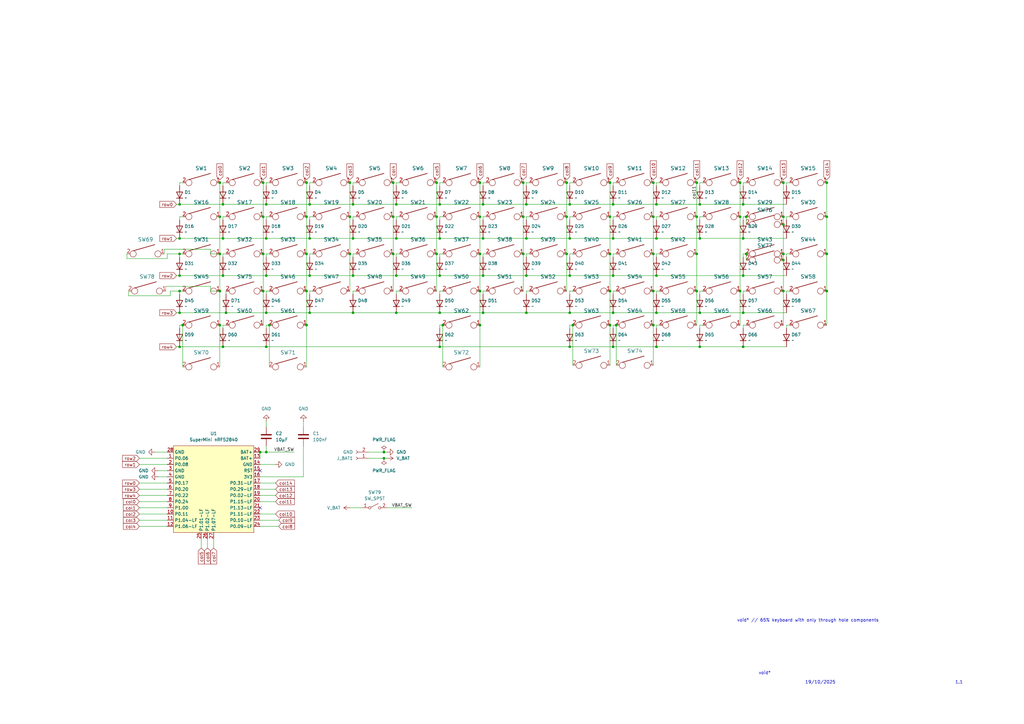
<source format=kicad_sch>
(kicad_sch (version 20250114) (generator "eeschema") (generator_version "9.0")
  (paper "A3")
  (text "1.1" (at 394.97 280.67 0) (effects (font (size 1.27 1.27)) (justify right bottom)))
  (text "void*" (at 311.15 276.86 0) (effects (font (size 1.27 1.27)) (justify left bottom)))
  (text "void* // 65% keyboard with only through hole components" (at 302.26 255.27 0) (effects (font (size 1.27 1.27)) (justify left bottom)))
  (text "19/10/2025" (at 330.2 280.67 0) (effects (font (size 1.27 1.27)) (justify left bottom)))
  (junction (at 306.07 88.9))
  (junction (at 285.75 104.14))
  (junction (at 267.97 119.38))
  (junction (at 214.63 88.9))
  (junction (at 73.66 142.24))
  (junction (at 287.02 142.24))
  (junction (at 214.63 104.14))
  (junction (at 91.44 113.03))
  (junction (at 269.24 142.24))
  (junction (at 161.29 104.14))
  (junction (at 109.22 142.24))
  (junction (at 109.22 97.79))
  (junction (at 232.41 104.14))
  (junction (at 233.68 142.24))
  (junction (at 321.31 106.68))
  (junction (at 181.61 133.35))
  (junction (at 251.46 142.24))
  (junction (at 196.85 88.9))
  (junction (at 180.34 97.79))
  (junction (at 107.95 119.38))
  (junction (at 144.78 83.82))
  (junction (at 215.9 83.82))
  (junction (at 107.95 88.9))
  (junction (at 267.97 104.14))
  (junction (at 91.44 97.79))
  (junction (at 250.19 74.93))
  (junction (at 198.12 97.79))
  (junction (at 143.51 88.9))
  (junction (at 303.53 88.9))
  (junction (at 196.85 133.35))
  (junction (at 233.68 97.79))
  (junction (at 125.73 88.9))
  (junction (at 251.46 128.27))
  (junction (at 285.75 88.9))
  (junction (at 321.31 88.9))
  (junction (at 339.09 88.9))
  (junction (at 73.66 128.27))
  (junction (at 303.53 119.38))
  (junction (at 179.07 104.14))
  (junction (at 157.48 185.42))
  (junction (at 127 97.79))
  (junction (at 267.97 74.93))
  (junction (at 232.41 74.93))
  (junction (at 110.49 133.35))
  (junction (at 143.51 104.14))
  (junction (at 233.68 83.82))
  (junction (at 90.17 104.14))
  (junction (at 198.12 128.27))
  (junction (at 106.68 185.42))
  (junction (at 73.66 119.38))
  (junction (at 109.22 185.42))
  (junction (at 109.22 113.03))
  (junction (at 144.78 113.03))
  (junction (at 107.95 74.93))
  (junction (at 251.46 83.82))
  (junction (at 285.75 119.38))
  (junction (at 125.73 104.14))
  (junction (at 339.09 74.93))
  (junction (at 198.12 83.82))
  (junction (at 73.66 104.14))
  (junction (at 162.56 128.27))
  (junction (at 234.95 133.35))
  (junction (at 179.07 88.9))
  (junction (at 250.19 119.38))
  (junction (at 252.73 133.35))
  (junction (at 233.68 128.27))
  (junction (at 339.09 104.14))
  (junction (at 250.19 133.35))
  (junction (at 304.8 97.79))
  (junction (at 267.97 88.9))
  (junction (at 125.73 74.93))
  (junction (at 198.12 113.03))
  (junction (at 251.46 97.79))
  (junction (at 162.56 83.82))
  (junction (at 143.51 74.93))
  (junction (at 144.78 97.79))
  (junction (at 179.07 74.93))
  (junction (at 215.9 113.03))
  (junction (at 196.85 119.38))
  (junction (at 92.71 128.27))
  (junction (at 304.8 83.82))
  (junction (at 214.63 74.93))
  (junction (at 321.31 119.38))
  (junction (at 73.66 83.82))
  (junction (at 180.34 128.27))
  (junction (at 162.56 113.03))
  (junction (at 306.07 104.14))
  (junction (at 321.31 74.93))
  (junction (at 339.09 119.38))
  (junction (at 90.17 133.35))
  (junction (at 161.29 74.93))
  (junction (at 287.02 97.79))
  (junction (at 180.34 113.03))
  (junction (at 73.66 97.79))
  (junction (at 321.31 104.14))
  (junction (at 127 113.03))
  (junction (at 250.19 104.14))
  (junction (at 269.24 83.82))
  (junction (at 269.24 113.03))
  (junction (at 125.73 119.38))
  (junction (at 73.66 113.03))
  (junction (at 107.95 104.14))
  (junction (at 90.17 88.9))
  (junction (at 303.53 74.93))
  (junction (at 215.9 97.79))
  (junction (at 90.17 74.93))
  (junction (at 161.29 88.9))
  (junction (at 232.41 88.9))
  (junction (at 127 83.82))
  (junction (at 157.48 187.96))
  (junction (at 90.17 119.38))
  (junction (at 287.02 83.82))
  (junction (at 304.8 113.03))
  (junction (at 250.19 88.9))
  (junction (at 144.78 128.27))
  (junction (at 196.85 104.14))
  (junction (at 109.22 128.27))
  (junction (at 91.44 142.24))
  (junction (at 180.34 142.24))
  (junction (at 269.24 97.79))
  (junction (at 251.46 113.03))
  (junction (at 233.68 113.03))
  (junction (at 269.24 128.27))
  (junction (at 304.8 142.24))
  (junction (at 285.75 74.93))
  (junction (at 127 128.27))
  (junction (at 74.93 133.35))
  (junction (at 215.9 128.27))
  (junction (at 109.22 83.82))
  (junction (at 196.85 74.93))
  (junction (at 321.31 92.075))
  (junction (at 125.73 133.35))
  (junction (at 287.02 128.27))
  (junction (at 304.8 128.27))
  (junction (at 180.34 83.82))
  (junction (at 91.44 83.82))
  (junction (at 162.56 97.79))
  (junction (at 267.97 133.35))
  (no_connect (at 106.68 208.28))
  (no_connect (at 106.68 193.04))
  (wire (pts (xy 285.75 74.93) (xy 285.75 88.9)))
  (wire (pts (xy 306.07 92.075) (xy 306.07 88.9)))
  (wire (pts (xy 339.09 74.93) (xy 339.09 88.9)))
  (wire (pts (xy 125.73 119.38) (xy 125.73 133.35)))
  (wire (pts (xy 92.71 119.38) (xy 92.71 120.65)))
  (wire (pts (xy 251.46 74.93) (xy 251.46 76.2)))
  (wire (pts (xy 52.705 119.38) (xy 52.705 121.285)))
  (wire (pts (xy 323.85 104.14) (xy 322.58 104.14)))
  (wire (pts (xy 92.71 133.35) (xy 91.44 133.35)))
  (wire (pts (xy 232.41 73.66) (xy 232.41 74.93)))
  (wire (pts (xy 306.07 74.93) (xy 304.8 74.93)))
  (wire (pts (xy 110.49 119.38) (xy 109.22 119.38)))
  (wire (pts (xy 285.75 73.66) (xy 285.75 74.93)))
  (wire (pts (xy 233.68 74.93) (xy 233.68 76.2)))
  (wire (pts (xy 303.53 74.93) (xy 303.53 88.9)))
  (wire (pts (xy 144.78 83.82) (xy 162.56 83.82)))
  (wire (pts (xy 91.44 97.79) (xy 109.22 97.79)))
  (wire (pts (xy 250.19 104.14) (xy 250.19 119.38)))
  (wire (pts (xy 180.34 128.27) (xy 198.12 128.27)))
  (wire (pts (xy 127 74.93) (xy 127 76.2)))
  (wire (pts (xy 106.68 205.74) (xy 113.03 205.74)))
  (wire (pts (xy 198.12 74.93) (xy 198.12 76.2)))
  (wire (pts (xy 270.51 104.14) (xy 269.24 104.14)))
  (wire (pts (xy 321.31 88.9) (xy 321.31 92.075)))
  (wire (pts (xy 87.63 220.98) (xy 87.63 224.79)))
  (wire (pts (xy 91.44 142.24) (xy 109.22 142.24)))
  (wire (pts (xy 199.39 74.93) (xy 198.12 74.93)))
  (wire (pts (xy 215.9 88.9) (xy 215.9 90.17)))
  (wire (pts (xy 250.19 88.9) (xy 250.19 104.14)))
  (wire (pts (xy 251.46 128.27) (xy 269.24 128.27)))
  (wire (pts (xy 106.68 185.42) (xy 106.68 187.96)))
  (wire (pts (xy 322.58 104.14) (xy 322.58 105.41)))
  (wire (pts (xy 162.56 119.38) (xy 162.56 120.65)))
  (wire (pts (xy 196.85 104.14) (xy 196.85 119.38)))
  (wire (pts (xy 232.41 74.93) (xy 232.41 88.9)))
  (wire (pts (xy 110.49 133.35) (xy 109.22 133.35)))
  (wire (pts (xy 322.58 88.9) (xy 322.58 90.17)))
  (wire (pts (xy 109.22 142.24) (xy 180.34 142.24)))
  (wire (pts (xy 73.66 104.14) (xy 73.66 105.41)))
  (wire (pts (xy 323.85 88.9) (xy 322.58 88.9)))
  (wire (pts (xy 125.73 104.14) (xy 125.73 119.38)))
  (wire (pts (xy 163.83 119.38) (xy 162.56 119.38)))
  (wire (pts (xy 234.95 119.38) (xy 233.68 119.38)))
  (wire (pts (xy 233.68 133.35) (xy 233.68 134.62)))
  (wire (pts (xy 214.63 73.66) (xy 214.63 74.93)))
  (wire (pts (xy 106.68 215.9) (xy 114.3 215.9)))
  (wire (pts (xy 72.39 97.79) (xy 73.66 97.79)))
  (wire (pts (xy 127 128.27) (xy 144.78 128.27)))
  (wire (pts (xy 92.71 88.9) (xy 91.44 88.9)))
  (wire (pts (xy 73.66 119.38) (xy 73.66 120.65)))
  (wire (pts (xy 107.95 119.38) (xy 107.95 133.35)))
  (wire (pts (xy 106.68 198.12) (xy 113.03 198.12)))
  (wire (pts (xy 92.71 74.93) (xy 91.44 74.93)))
  (wire (pts (xy 321.31 104.14) (xy 321.31 106.68)))
  (wire (pts (xy 127 104.14) (xy 127 105.41)))
  (wire (pts (xy 196.85 88.9) (xy 196.85 104.14)))
  (wire (pts (xy 233.68 97.79) (xy 251.46 97.79)))
  (wire (pts (xy 304.8 97.79) (xy 322.58 97.79)))
  (wire (pts (xy 180.34 74.93) (xy 180.34 76.2)))
  (wire (pts (xy 288.29 88.9) (xy 287.02 88.9)))
  (wire (pts (xy 72.39 83.82) (xy 73.66 83.82)))
  (wire (pts (xy 287.02 97.79) (xy 304.8 97.79)))
  (wire (pts (xy 125.73 150.495) (xy 125.73 133.35)))
  (wire (pts (xy 86.36 117.475) (xy 86.36 119.38)))
  (wire (pts (xy 161.29 88.9) (xy 161.29 104.14)))
  (wire (pts (xy 162.56 97.79) (xy 180.34 97.79)))
  (wire (pts (xy 106.68 190.5) (xy 113.03 190.5)))
  (wire (pts (xy 252.73 104.14) (xy 251.46 104.14)))
  (wire (pts (xy 179.07 88.9) (xy 179.07 104.14)))
  (wire (pts (xy 157.48 185.42) (xy 151.13 185.42)))
  (wire (pts (xy 251.46 97.79) (xy 269.24 97.79)))
  (wire (pts (xy 215.9 83.82) (xy 233.68 83.82)))
  (wire (pts (xy 252.73 74.93) (xy 251.46 74.93)))
  (wire (pts (xy 267.97 74.93) (xy 267.97 88.9)))
  (wire (pts (xy 321.31 74.93) (xy 321.31 88.9)))
  (wire (pts (xy 72.39 128.27) (xy 73.66 128.27)))
  (wire (pts (xy 269.24 113.03) (xy 304.8 113.03)))
  (wire (pts (xy 267.97 88.9) (xy 267.97 104.14)))
  (wire (pts (xy 110.49 104.14) (xy 109.22 104.14)))
  (wire (pts (xy 180.34 97.79) (xy 198.12 97.79)))
  (wire (pts (xy 125.73 74.93) (xy 125.73 88.9)))
  (wire (pts (xy 252.73 88.9) (xy 251.46 88.9)))
  (wire (pts (xy 304.8 113.03) (xy 322.58 113.03)))
  (wire (pts (xy 146.05 74.93) (xy 144.78 74.93)))
  (wire (pts (xy 251.46 142.24) (xy 269.24 142.24)))
  (wire (pts (xy 91.44 83.82) (xy 109.22 83.82)))
  (wire (pts (xy 215.9 104.14) (xy 215.9 105.41)))
  (wire (pts (xy 146.05 104.14) (xy 144.78 104.14)))
  (wire (pts (xy 288.29 74.93) (xy 287.02 74.93)))
  (wire (pts (xy 127 83.82) (xy 144.78 83.82)))
  (wire (pts (xy 232.41 104.14) (xy 232.41 119.38)))
  (wire (pts (xy 214.63 104.14) (xy 214.63 119.38)))
  (wire (pts (xy 162.56 83.82) (xy 180.34 83.82)))
  (wire (pts (xy 57.15 198.12) (xy 68.58 198.12)))
  (wire (pts (xy 106.68 185.42) (xy 109.22 185.42)))
  (wire (pts (xy 270.51 74.93) (xy 269.24 74.93)))
  (wire (pts (xy 63.5 185.42) (xy 68.58 185.42)))
  (wire (pts (xy 304.8 83.82) (xy 322.58 83.82)))
  (wire (pts (xy 90.17 73.66) (xy 90.17 74.93)))
  (wire (pts (xy 252.73 119.38) (xy 251.46 119.38)))
  (wire (pts (xy 74.93 133.35) (xy 73.66 133.35)))
  (wire (pts (xy 196.85 150.495) (xy 196.85 133.35)))
  (wire (pts (xy 339.09 73.66) (xy 339.09 74.93)))
  (wire (pts (xy 199.39 104.14) (xy 198.12 104.14)))
  (wire (pts (xy 198.12 128.27) (xy 215.9 128.27)))
  (wire (pts (xy 306.07 104.14) (xy 304.8 104.14)))
  (wire (pts (xy 91.44 88.9) (xy 91.44 90.17)))
  (wire (pts (xy 269.24 104.14) (xy 269.24 105.41)))
  (wire (pts (xy 234.95 88.9) (xy 233.68 88.9)))
  (wire (pts (xy 179.07 104.14) (xy 179.07 119.38)))
  (wire (pts (xy 86.36 102.235) (xy 86.36 104.14)))
  (wire (pts (xy 52.07 106.045) (xy 52.07 104.14)))
  (wire (pts (xy 269.24 97.79) (xy 287.02 97.79)))
  (wire (pts (xy 128.27 74.93) (xy 127 74.93)))
  (wire (pts (xy 144.78 88.9) (xy 144.78 90.17)))
  (wire (pts (xy 91.44 74.93) (xy 91.44 76.2)))
  (wire (pts (xy 57.15 190.5) (xy 68.58 190.5)))
  (wire (pts (xy 91.44 113.03) (xy 109.22 113.03)))
  (wire (pts (xy 303.53 88.9) (xy 303.53 119.38)))
  (wire (pts (xy 250.19 74.93) (xy 250.19 88.9)))
  (wire (pts (xy 198.12 119.38) (xy 198.12 120.65)))
  (wire (pts (xy 144.78 104.14) (xy 144.78 105.41)))
  (wire (pts (xy 86.36 119.38) (xy 90.17 119.38)))
  (wire (pts (xy 269.24 119.38) (xy 269.24 120.65)))
  (wire (pts (xy 269.24 88.9) (xy 269.24 90.17)))
  (wire (pts (xy 107.95 88.9) (xy 107.95 104.14)))
  (wire (pts (xy 321.31 106.68) (xy 321.31 119.38)))
  (wire (pts (xy 321.31 119.38) (xy 321.31 133.35)))
  (wire (pts (xy 215.9 128.27) (xy 233.68 128.27)))
  (wire (pts (xy 52.705 121.285) (xy 69.85 121.285)))
  (wire (pts (xy 214.63 88.9) (xy 214.63 104.14)))
  (wire (pts (xy 267.97 104.14) (xy 267.97 119.38)))
  (wire (pts (xy 109.22 74.93) (xy 109.22 76.2)))
  (wire (pts (xy 57.15 213.36) (xy 68.58 213.36)))
  (wire (pts (xy 217.17 88.9) (xy 215.9 88.9)))
  (wire (pts (xy 124.46 172.72) (xy 124.46 175.26)))
  (wire (pts (xy 106.68 210.82) (xy 113.03 210.82)))
  (wire (pts (xy 322.58 119.38) (xy 322.58 120.65)))
  (wire (pts (xy 269.24 133.35) (xy 269.24 134.62)))
  (wire (pts (xy 128.27 104.14) (xy 127 104.14)))
  (wire (pts (xy 109.22 128.27) (xy 127 128.27)))
  (wire (pts (xy 251.46 133.35) (xy 251.46 134.62)))
  (wire (pts (xy 251.46 119.38) (xy 251.46 120.65)))
  (wire (pts (xy 73.66 97.79) (xy 91.44 97.79)))
  (wire (pts (xy 234.95 133.35) (xy 233.68 133.35)))
  (wire (pts (xy 269.24 83.82) (xy 287.02 83.82)))
  (wire (pts (xy 90.17 104.14) (xy 90.17 119.38)))
  (wire (pts (xy 125.73 88.9) (xy 125.73 104.14)))
  (wire (pts (xy 180.34 133.35) (xy 180.34 134.62)))
  (wire (pts (xy 162.56 88.9) (xy 162.56 90.17)))
  (wire (pts (xy 157.48 187.96) (xy 151.13 187.96)))
  (wire (pts (xy 163.83 88.9) (xy 162.56 88.9)))
  (wire (pts (xy 69.85 121.285) (xy 69.85 119.38)))
  (wire (pts (xy 107.95 73.66) (xy 107.95 74.93)))
  (wire (pts (xy 110.49 150.495) (xy 110.49 133.35)))
  (wire (pts (xy 90.17 119.38) (xy 90.17 133.35)))
  (wire (pts (xy 303.53 73.66) (xy 303.53 74.93)))
  (wire (pts (xy 106.68 200.66) (xy 113.03 200.66)))
  (wire (pts (xy 269.24 128.27) (xy 287.02 128.27)))
  (wire (pts (xy 109.22 113.03) (xy 127 113.03)))
  (wire (pts (xy 285.75 119.38) (xy 285.75 133.35)))
  (wire (pts (xy 322.58 133.35) (xy 322.58 134.62)))
  (wire (pts (xy 162.56 74.93) (xy 162.56 76.2)))
  (wire (pts (xy 109.22 83.82) (xy 127 83.82)))
  (wire (pts (xy 339.09 104.14) (xy 339.09 119.38)))
  (wire (pts (xy 162.56 104.14) (xy 162.56 105.41)))
  (wire (pts (xy 106.68 213.36) (xy 114.3 213.36)))
  (wire (pts (xy 74.93 104.14) (xy 73.66 104.14)))
  (wire (pts (xy 215.9 113.03) (xy 233.68 113.03)))
  (wire (pts (xy 250.19 119.38) (xy 250.19 133.35)))
  (wire (pts (xy 68.58 106.045) (xy 52.07 106.045)))
  (wire (pts (xy 306.07 88.9) (xy 304.8 88.9)))
  (wire (pts (xy 181.61 74.93) (xy 180.34 74.93)))
  (wire (pts (xy 57.15 187.96) (xy 68.58 187.96)))
  (wire (pts (xy 109.22 182.88) (xy 109.22 185.42)))
  (wire (pts (xy 68.58 104.14) (xy 68.58 106.045)))
  (wire (pts (xy 143.51 74.93) (xy 143.51 88.9)))
  (wire (pts (xy 91.44 133.35) (xy 91.44 134.62)))
  (wire (pts (xy 285.75 104.14) (xy 285.75 119.38)))
  (wire (pts (xy 74.93 74.93) (xy 73.66 74.93)))
  (wire (pts (xy 181.61 119.38) (xy 180.34 119.38)))
  (wire (pts (xy 74.93 150.495) (xy 74.93 133.35)))
  (wire (pts (xy 251.46 104.14) (xy 251.46 105.41)))
  (wire (pts (xy 64.77 195.58) (xy 68.58 195.58)))
  (wire (pts (xy 73.66 88.9) (xy 73.66 90.17)))
  (wire (pts (xy 232.41 88.9) (xy 232.41 104.14)))
  (wire (pts (xy 144.78 128.27) (xy 162.56 128.27)))
  (wire (pts (xy 180.34 142.24) (xy 233.68 142.24)))
  (wire (pts (xy 198.12 83.82) (xy 215.9 83.82)))
  (wire (pts (xy 110.49 88.9) (xy 109.22 88.9)))
  (wire (pts (xy 198.12 113.03) (xy 215.9 113.03)))
  (wire (pts (xy 144.78 113.03) (xy 162.56 113.03)))
  (wire (pts (xy 323.85 119.38) (xy 322.58 119.38)))
  (wire (pts (xy 287.02 74.93) (xy 287.02 76.2)))
  (wire (pts (xy 144.78 119.38) (xy 144.78 120.65)))
  (wire (pts (xy 127 97.79) (xy 144.78 97.79)))
  (wire (pts (xy 323.85 133.35) (xy 322.58 133.35)))
  (wire (pts (xy 57.15 208.28) (xy 68.58 208.28)))
  (wire (pts (xy 304.8 119.38) (xy 304.8 120.65)))
  (wire (pts (xy 339.09 88.9) (xy 339.09 104.14)))
  (wire (pts (xy 215.9 74.93) (xy 215.9 76.2)))
  (wire (pts (xy 125.73 73.66) (xy 125.73 74.93)))
  (wire (pts (xy 73.66 83.82) (xy 91.44 83.82)))
  (wire (pts (xy 92.71 104.14) (xy 91.44 104.14)))
  (wire (pts (xy 306.07 133.35) (xy 304.8 133.35)))
  (wire (pts (xy 252.73 133.35) (xy 251.46 133.35)))
  (wire (pts (xy 251.46 113.03) (xy 269.24 113.03)))
  (wire (pts (xy 270.51 88.9) (xy 269.24 88.9)))
  (wire (pts (xy 181.61 88.9) (xy 180.34 88.9)))
  (wire (pts (xy 72.39 113.03) (xy 73.66 113.03)))
  (wire (pts (xy 233.68 113.03) (xy 251.46 113.03)))
  (wire (pts (xy 106.68 203.2) (xy 113.03 203.2)))
  (wire (pts (xy 74.93 88.9) (xy 73.66 88.9)))
  (wire (pts (xy 215.9 119.38) (xy 215.9 120.65)))
  (wire (pts (xy 158.75 208.28) (xy 168.91 208.28)))
  (wire (pts (xy 234.95 104.14) (xy 233.68 104.14)))
  (wire (pts (xy 181.61 150.495) (xy 181.61 133.35)))
  (wire (pts (xy 127 88.9) (xy 127 90.17)))
  (wire (pts (xy 162.56 128.27) (xy 180.34 128.27)))
  (wire (pts (xy 158.75 185.42) (xy 157.48 185.42)))
  (wire (pts (xy 288.29 133.35) (xy 287.02 133.35)))
  (wire (pts (xy 252.73 149.86) (xy 252.73 133.35)))
  (wire (pts (xy 90.17 74.93) (xy 90.17 88.9)))
  (wire (pts (xy 270.51 119.38) (xy 269.24 119.38)))
  (wire (pts (xy 109.22 133.35) (xy 109.22 134.62)))
  (wire (pts (xy 196.85 74.93) (xy 196.85 88.9)))
  (wire (pts (xy 57.15 203.2) (xy 68.58 203.2)))
  (wire (pts (xy 234.95 149.86) (xy 234.95 133.35)))
  (wire (pts (xy 267.97 73.66) (xy 267.97 74.93)))
  (wire (pts (xy 163.83 74.93) (xy 162.56 74.93)))
  (wire (pts (xy 215.9 97.79) (xy 233.68 97.79)))
  (wire (pts (xy 127 113.03) (xy 144.78 113.03)))
  (wire (pts (xy 67.945 119.38) (xy 67.945 117.475)))
  (wire (pts (xy 161.29 104.14) (xy 161.29 119.38)))
  (wire (pts (xy 304.8 133.35) (xy 304.8 134.62)))
  (wire (pts (xy 198.12 88.9) (xy 198.12 90.17)))
  (wire (pts (xy 321.31 92.075) (xy 321.31 104.14)))
  (wire (pts (xy 287.02 119.38) (xy 287.02 120.65)))
  (wire (pts (xy 233.68 88.9) (xy 233.68 90.17)))
  (wire (pts (xy 64.77 193.04) (xy 68.58 193.04)))
  (wire (pts (xy 287.02 88.9) (xy 287.02 90.17)))
  (wire (pts (xy 287.02 128.27) (xy 304.8 128.27)))
  (wire (pts (xy 267.97 119.38) (xy 267.97 133.35)))
  (wire (pts (xy 143.51 208.28) (xy 148.59 208.28)))
  (wire (pts (xy 181.61 104.14) (xy 180.34 104.14)))
  (wire (pts (xy 180.34 88.9) (xy 180.34 90.17)))
  (wire (pts (xy 146.05 119.38) (xy 144.78 119.38)))
  (wire (pts (xy 217.17 104.14) (xy 215.9 104.14)))
  (wire (pts (xy 86.36 104.14) (xy 90.17 104.14)))
  (wire (pts (xy 180.34 113.03) (xy 198.12 113.03)))
  (wire (pts (xy 269.24 74.93) (xy 269.24 76.2)))
  (wire (pts (xy 109.22 97.79) (xy 127 97.79)))
  (wire (pts (xy 161.29 73.66) (xy 161.29 74.93)))
  (wire (pts (xy 92.71 128.27) (xy 109.22 128.27)))
  (wire (pts (xy 339.09 119.38) (xy 339.09 133.35)))
  (wire (pts (xy 67.31 104.14) (xy 67.31 102.235)))
  (wire (pts (xy 67.31 102.235) (xy 86.36 102.235)))
  (wire (pts (xy 270.51 133.35) (xy 269.24 133.35)))
  (wire (pts (xy 57.15 200.66) (xy 68.58 200.66)))
  (wire (pts (xy 234.95 74.93) (xy 233.68 74.93)))
  (wire (pts (xy 127 119.38) (xy 127 120.65)))
  (wire (pts (xy 146.05 88.9) (xy 144.78 88.9)))
  (wire (pts (xy 91.44 104.14) (xy 91.44 105.41)))
  (wire (pts (xy 233.68 104.14) (xy 233.68 105.41)))
  (wire (pts (xy 163.83 104.14) (xy 162.56 104.14)))
  (wire (pts (xy 304.8 74.93) (xy 304.8 76.2)))
  (wire (pts (xy 143.51 104.14) (xy 143.51 119.38)))
  (wire (pts (xy 73.66 113.03) (xy 91.44 113.03)))
  (wire (pts (xy 306.07 119.38) (xy 304.8 119.38)))
  (wire (pts (xy 73.66 128.27) (xy 92.71 128.27)))
  (wire (pts (xy 251.46 83.82) (xy 269.24 83.82)))
  (wire (pts (xy 180.34 83.82) (xy 198.12 83.82)))
  (wire (pts (xy 304.8 128.27) (xy 322.58 128.27)))
  (wire (pts (xy 85.09 220.98) (xy 85.09 224.79)))
  (wire (pts (xy 90.17 88.9) (xy 90.17 104.14)))
  (wire (pts (xy 109.22 119.38) (xy 109.22 120.65)))
  (wire (pts (xy 322.58 74.93) (xy 322.58 76.2)))
  (wire (pts (xy 143.51 88.9) (xy 143.51 104.14)))
  (wire (pts (xy 233.68 83.82) (xy 251.46 83.82)))
  (wire (pts (xy 107.95 104.14) (xy 107.95 119.38)))
  (wire (pts (xy 110.49 74.93) (xy 109.22 74.93)))
  (wire (pts (xy 304.8 142.24) (xy 322.58 142.24)))
  (wire (pts (xy 74.93 119.38) (xy 73.66 119.38)))
  (wire (pts (xy 143.51 73.66) (xy 143.51 74.93)))
  (wire (pts (xy 180.34 119.38) (xy 180.34 120.65)))
  (wire (pts (xy 288.29 119.38) (xy 287.02 119.38)))
  (wire (pts (xy 82.55 220.98) (xy 82.55 224.79)))
  (wire (pts (xy 214.63 74.93) (xy 214.63 88.9)))
  (wire (pts (xy 67.945 117.475) (xy 86.36 117.475)))
  (wire (pts (xy 233.68 119.38) (xy 233.68 120.65)))
  (wire (pts (xy 304.8 88.9) (xy 304.8 90.17)))
  (wire (pts (xy 287.02 133.35) (xy 287.02 134.62)))
  (wire (pts (xy 181.61 133.35) (xy 180.34 133.35)))
  (wire (pts (xy 250.19 149.86) (xy 250.19 133.35)))
  (wire (pts (xy 269.24 142.24) (xy 287.02 142.24)))
  (wire (pts (xy 198.12 97.79) (xy 215.9 97.79)))
  (wire (pts (xy 90.17 150.495) (xy 90.17 133.35)))
  (wire (pts (xy 128.27 88.9) (xy 127 88.9)))
  (wire (pts (xy 124.46 195.58) (xy 124.46 182.88)))
  (wire (pts (xy 233.68 142.24) (xy 251.46 142.24)))
  (wire (pts (xy 161.29 74.93) (xy 161.29 88.9)))
  (wire (pts (xy 73.66 104.14) (xy 68.58 104.14)))
  (wire (pts (xy 128.27 119.38) (xy 127 119.38)))
  (wire (pts (xy 321.31 73.66) (xy 321.31 74.93)))
  (wire (pts (xy 217.17 74.93) (xy 215.9 74.93)))
  (wire (pts (xy 144.78 97.79) (xy 162.56 97.79)))
  (wire (pts (xy 162.56 113.03) (xy 180.34 113.03)))
  (wire (pts (xy 73.66 142.24) (xy 91.44 142.24)))
  (wire (pts (xy 57.15 210.82) (xy 68.58 210.82)))
  (wire (pts (xy 306.07 106.68) (xy 306.07 104.14)))
  (wire (pts (xy 73.66 133.35) (xy 73.66 134.62)))
  (wire (pts (xy 250.19 73.66) (xy 250.19 74.93)))
  (wire (pts (xy 109.22 88.9) (xy 109.22 90.17)))
  (wire (pts (xy 57.15 215.9) (xy 68.58 215.9)))
  (wire (pts (xy 198.12 104.14) (xy 198.12 105.41)))
  (wire (pts (xy 179.07 74.93) (xy 179.07 88.9)))
  (wire (pts (xy 217.17 119.38) (xy 215.9 119.38)))
  (wire (pts (xy 287.02 83.82) (xy 304.8 83.82)))
  (wire (pts (xy 158.75 187.96) (xy 157.48 187.96)))
  (wire (pts (xy 199.39 119.38) (xy 198.12 119.38)))
  (wire (pts (xy 251.46 88.9) (xy 251.46 90.17)))
  (wire (pts (xy 199.39 88.9) (xy 198.12 88.9)))
  (wire (pts (xy 267.97 149.86) (xy 267.97 133.35)))
  (wire (pts (xy 303.53 119.38) (xy 303.53 133.35)))
  (wire (pts (xy 196.85 119.38) (xy 196.85 133.35)))
  (wire (pts (xy 287.02 142.24) (xy 304.8 142.24)))
  (wire (pts (xy 323.85 74.93) (xy 322.58 74.93)))
  (wire (pts (xy 233.68 128.27) (xy 251.46 128.27)))
  (wire (pts (xy 304.8 104.14) (xy 304.8 105.41)))
  (wire (pts (xy 109.22 172.72) (xy 109.22 175.26)))
  (wire (pts (xy 179.07 73.66) (xy 179.07 74.93)))
  (wire (pts (xy 109.22 104.14) (xy 109.22 105.41)))
  (wire (pts (xy 57.15 205.74) (xy 68.58 205.74)))
  (wire (pts (xy 69.85 119.38) (xy 73.66 119.38)))
  (wire (pts (xy 180.34 104.14) (xy 180.34 105.41)))
  (wire (pts (xy 285.75 88.9) (xy 285.75 104.14)))
  (wire (pts (xy 196.85 73.66) (xy 196.85 74.93)))
  (wire (pts (xy 73.66 74.93) (xy 73.66 76.2)))
  (wire (pts (xy 106.68 195.58) (xy 124.46 195.58)))
  (wire (pts (xy 144.78 74.93) (xy 144.78 76.2)))
  (wire (pts (xy 109.22 185.42) (xy 120.65 185.42)))
  (wire (pts (xy 72.39 142.24) (xy 73.66 142.24)))
  (wire (pts (xy 107.95 74.93) (xy 107.95 88.9)))
  (label "VBAT_SW" (at 120.65 185.42 180))
  (label "VBAT_SW" (at 168.91 208.28 180))
  (label "col11" (at 285.75 76.2 270))
  (global_label "col13" (shape input) (at 321.31 73.66 90) (property "Intersheetrefs" "${INTERSHEET_REFS}" (effects (hide yes))))
  (global_label "col2" (shape input) (at 57.15 210.82 180) (property "Intersheetrefs" "${INTERSHEET_REFS}" (effects (hide yes))))
  (global_label "col12" (shape input) (at 303.53 73.66 90) (property "Intersheetrefs" "${INTERSHEET_REFS}" (effects (hide yes))))
  (global_label "col8" (shape input) (at 114.3 215.9 0) (property "Intersheetrefs" "${INTERSHEET_REFS}" (effects (hide yes))))
  (global_label "col3" (shape input) (at 143.51 73.66 90) (property "Intersheetrefs" "${INTERSHEET_REFS}" (effects (hide yes))))
  (global_label "col10" (shape input) (at 113.03 210.82 0) (property "Intersheetrefs" "${INTERSHEET_REFS}" (effects (hide yes))))
  (global_label "col11" (shape input) (at 285.75 73.66 90) (property "Intersheetrefs" "${INTERSHEET_REFS}" (effects (hide yes))))
  (global_label "col1" (shape input) (at 107.95 73.66 90) (property "Intersheetrefs" "${INTERSHEET_REFS}" (effects (hide yes))))
  (global_label "row4" (shape input) (at 72.39 142.24 180) (property "Intersheetrefs" "${INTERSHEET_REFS}" (effects (hide yes))))
  (global_label "row2" (shape input) (at 72.39 113.03 180) (property "Intersheetrefs" "${INTERSHEET_REFS}" (effects (hide yes))))
  (global_label "row1" (shape input) (at 72.39 97.79 180) (property "Intersheetrefs" "${INTERSHEET_REFS}" (effects (hide yes))))
  (global_label "col7" (shape input) (at 87.63 224.79 270) (property "Intersheetrefs" "${INTERSHEET_REFS}" (effects (hide yes))))
  (global_label "col5" (shape input) (at 82.55 224.79 270) (property "Intersheetrefs" "${INTERSHEET_REFS}" (effects (hide yes))))
  (global_label "col4" (shape input) (at 161.29 73.66 90) (property "Intersheetrefs" "${INTERSHEET_REFS}" (effects (hide yes))))
  (global_label "row3" (shape input) (at 72.39 128.27 180) (property "Intersheetrefs" "${INTERSHEET_REFS}" (effects (hide yes))))
  (global_label "col6" (shape input) (at 196.85 73.66 90) (property "Intersheetrefs" "${INTERSHEET_REFS}" (effects (hide yes))))
  (global_label "col11" (shape input) (at 113.03 205.74 0) (property "Intersheetrefs" "${INTERSHEET_REFS}" (effects (hide yes))))
  (global_label "row0" (shape input) (at 72.39 83.82 180) (property "Intersheetrefs" "${INTERSHEET_REFS}" (effects (hide yes))))
  (global_label "col2" (shape input) (at 125.73 73.66 90) (property "Intersheetrefs" "${INTERSHEET_REFS}" (effects (hide yes))))
  (global_label "col3" (shape input) (at 57.15 213.36 180) (property "Intersheetrefs" "${INTERSHEET_REFS}" (effects (hide yes))))
  (global_label "col8" (shape input) (at 232.41 73.66 90) (property "Intersheetrefs" "${INTERSHEET_REFS}" (effects (hide yes))))
  (global_label "col14" (shape input) (at 339.09 73.66 90) (property "Intersheetrefs" "${INTERSHEET_REFS}" (effects (hide yes))))
  (global_label "row3" (shape input) (at 57.15 200.66 180) (property "Intersheetrefs" "${INTERSHEET_REFS}" (effects (hide yes))))
  (global_label "col4" (shape input) (at 57.15 215.9 180) (property "Intersheetrefs" "${INTERSHEET_REFS}" (effects (hide yes))))
  (global_label "col12" (shape input) (at 113.03 203.2 0) (property "Intersheetrefs" "${INTERSHEET_REFS}" (effects (hide yes))))
  (global_label "col9" (shape input) (at 250.19 73.66 90) (property "Intersheetrefs" "${INTERSHEET_REFS}" (effects (hide yes))))
  (global_label "col9" (shape input) (at 114.3 213.36 0) (property "Intersheetrefs" "${INTERSHEET_REFS}" (effects (hide yes))))
  (global_label "col5" (shape input) (at 179.07 73.66 90) (property "Intersheetrefs" "${INTERSHEET_REFS}" (effects (hide yes))))
  (global_label "row0" (shape input) (at 57.15 198.12 180) (property "Intersheetrefs" "${INTERSHEET_REFS}" (effects (hide yes))))
  (global_label "col1" (shape input) (at 57.15 208.28 180) (property "Intersheetrefs" "${INTERSHEET_REFS}" (effects (hide yes))))
  (global_label "col13" (shape input) (at 113.03 200.66 0) (property "Intersheetrefs" "${INTERSHEET_REFS}" (effects (hide yes))))
  (global_label "row1" (shape input) (at 57.15 190.5 180) (property "Intersheetrefs" "${INTERSHEET_REFS}" (effects (hide yes))))
  (global_label "row2" (shape input) (at 57.15 187.96 180) (property "Intersheetrefs" "${INTERSHEET_REFS}" (effects (hide yes))))
  (global_label "col10" (shape input) (at 267.97 73.66 90) (property "Intersheetrefs" "${INTERSHEET_REFS}" (effects (hide yes))))
  (global_label "col6" (shape input) (at 85.09 224.79 270) (property "Intersheetrefs" "${INTERSHEET_REFS}" (effects (hide yes))))
  (global_label "col0" (shape input) (at 90.17 73.66 90) (property "Intersheetrefs" "${INTERSHEET_REFS}" (effects (hide yes))))
  (global_label "col14" (shape input) (at 113.03 198.12 0) (property "Intersheetrefs" "${INTERSHEET_REFS}" (effects (hide yes))))
  (global_label "col7" (shape input) (at 214.63 73.66 90) (property "Intersheetrefs" "${INTERSHEET_REFS}" (effects (hide yes))))
  (global_label "row4" (shape input) (at 57.15 203.2 180) (property "Intersheetrefs" "${INTERSHEET_REFS}" (effects (hide yes))))
  (global_label "col0" (shape input) (at 57.15 205.74 180) (property "Intersheetrefs" "${INTERSHEET_REFS}" (effects (hide yes))))
  (symbol (lib_id "keyboard_parts:KEYSW") (at 82.55 74.93 0) (unit 1)
    (property "Reference" "SW1" (at 82.55 69.0118 0) (effects (font (size 1.524 1.524))))
    (property "Value" "KEYSW" (effects (hide yes)))
    (property "Footprint" "cftkb:SW_Cherry_MX1A_1.00u_PCB-NOSCREEN" (effects (hide yes)))
  )
  (symbol (lib_id "Device:D") (at 73.66 80.01 90) (unit 1)
    (property "Reference" "D1" (at 75.6666 78.8416 90) (effects (justify right)))
    (property "Value" "~" (at 75.6666 81.153 90) (effects (justify right)))
    (property "Footprint" "cftkb:D_DO-35_SOD27_P5.08mm_Horizontal" (effects (hide yes)))
  )
  (symbol (lib_id "keyboard_parts:KEYSW") (at 100.33 74.93 0) (unit 1)
    (property "Reference" "SW2" (at 100.33 69.0118 0) (effects (font (size 1.524 1.524))))
    (property "Value" "KEYSW" (effects (hide yes)))
    (property "Footprint" "cftkb:SW_Cherry_MX1A_1.00u_PCB-NOSCREEN" (effects (hide yes)))
  )
  (symbol (lib_id "Device:D") (at 91.44 80.01 90) (unit 1)
    (property "Reference" "D2" (at 93.4466 78.8416 90) (effects (justify right)))
    (property "Value" "~" (at 93.4466 81.153 90) (effects (justify right)))
    (property "Footprint" "cftkb:D_DO-35_SOD27_P5.08mm_Horizontal" (effects (hide yes)))
  )
  (symbol (lib_id "keyboard_parts:KEYSW") (at 118.11 74.93 0) (unit 1)
    (property "Reference" "SW3" (at 118.11 69.0118 0) (effects (font (size 1.524 1.524))))
    (property "Value" "KEYSW" (effects (hide yes)))
    (property "Footprint" "cftkb:SW_Cherry_MX1A_1.00u_PCB-NOSCREEN" (effects (hide yes)))
  )
  (symbol (lib_id "Device:D") (at 109.22 80.01 90) (unit 1)
    (property "Reference" "D3" (at 111.2266 78.8416 90) (effects (justify right)))
    (property "Value" "~" (at 111.2266 81.153 90) (effects (justify right)))
    (property "Footprint" "cftkb:D_DO-35_SOD27_P5.08mm_Horizontal" (effects (hide yes)))
  )
  (symbol (lib_id "keyboard_parts:KEYSW") (at 135.89 74.93 0) (unit 1)
    (property "Reference" "SW4" (at 135.89 69.0118 0) (effects (font (size 1.524 1.524))))
    (property "Value" "KEYSW" (effects (hide yes)))
    (property "Footprint" "cftkb:SW_Cherry_MX1A_1.00u_PCB-NOSCREEN" (effects (hide yes)))
  )
  (symbol (lib_id "Device:D") (at 127 80.01 90) (unit 1)
    (property "Reference" "D4" (at 129.0066 78.8416 90) (effects (justify right)))
    (property "Value" "~" (at 129.0066 81.153 90) (effects (justify right)))
    (property "Footprint" "cftkb:D_DO-35_SOD27_P5.08mm_Horizontal" (effects (hide yes)))
  )
  (symbol (lib_id "keyboard_parts:KEYSW") (at 153.67 74.93 0) (unit 1)
    (property "Reference" "SW5" (at 153.67 69.0118 0) (effects (font (size 1.524 1.524))))
    (property "Value" "KEYSW" (effects (hide yes)))
    (property "Footprint" "cftkb:SW_Cherry_MX1A_1.00u_PCB-NOSCREEN" (effects (hide yes)))
  )
  (symbol (lib_id "Device:D") (at 144.78 80.01 90) (unit 1)
    (property "Reference" "D5" (at 146.7866 78.8416 90) (effects (justify right)))
    (property "Value" "~" (at 146.7866 81.153 90) (effects (justify right)))
    (property "Footprint" "cftkb:D_DO-35_SOD27_P5.08mm_Horizontal" (effects (hide yes)))
  )
  (symbol (lib_id "keyboard_parts:KEYSW") (at 171.45 74.93 0) (unit 1)
    (property "Reference" "SW6" (at 171.45 69.0118 0) (effects (font (size 1.524 1.524))))
    (property "Value" "KEYSW" (effects (hide yes)))
    (property "Footprint" "cftkb:SW_Cherry_MX1A_1.00u_PCB-NOSCREEN" (effects (hide yes)))
  )
  (symbol (lib_id "Device:D") (at 162.56 80.01 90) (unit 1)
    (property "Reference" "D6" (at 164.5666 78.8416 90) (effects (justify right)))
    (property "Value" "~" (at 164.5666 81.153 90) (effects (justify right)))
    (property "Footprint" "cftkb:D_DO-35_SOD27_P5.08mm_Horizontal" (effects (hide yes)))
  )
  (symbol (lib_id "keyboard_parts:KEYSW") (at 189.23 74.93 0) (unit 1)
    (property "Reference" "SW7" (at 189.23 69.0118 0) (effects (font (size 1.524 1.524))))
    (property "Value" "KEYSW" (effects (hide yes)))
    (property "Footprint" "cftkb:SW_Cherry_MX1A_1.00u_PCB-NOSCREEN" (effects (hide yes)))
  )
  (symbol (lib_id "Device:D") (at 180.34 80.01 90) (unit 1)
    (property "Reference" "D7" (at 182.3466 78.8416 90) (effects (justify right)))
    (property "Value" "~" (at 182.3466 81.153 90) (effects (justify right)))
    (property "Footprint" "cftkb:D_DO-35_SOD27_P5.08mm_Horizontal" (effects (hide yes)))
  )
  (symbol (lib_id "keyboard_parts:KEYSW") (at 207.01 74.93 0) (unit 1)
    (property "Reference" "SW8" (at 207.01 69.0118 0) (effects (font (size 1.524 1.524))))
    (property "Value" "KEYSW" (effects (hide yes)))
    (property "Footprint" "cftkb:SW_Cherry_MX1A_1.00u_PCB-NOSCREEN" (effects (hide yes)))
  )
  (symbol (lib_id "Device:D") (at 198.12 80.01 90) (unit 1)
    (property "Reference" "D8" (at 200.1266 78.8416 90) (effects (justify right)))
    (property "Value" "~" (at 200.1266 81.153 90) (effects (justify right)))
    (property "Footprint" "cftkb:D_DO-35_SOD27_P5.08mm_Horizontal" (effects (hide yes)))
  )
  (symbol (lib_id "keyboard_parts:KEYSW") (at 224.79 74.93 0) (unit 1)
    (property "Reference" "SW9" (at 224.79 69.0118 0) (effects (font (size 1.524 1.524))))
    (property "Value" "KEYSW" (effects (hide yes)))
    (property "Footprint" "cftkb:SW_Cherry_MX1A_1.00u_PCB-NOSCREEN" (effects (hide yes)))
  )
  (symbol (lib_id "Device:D") (at 215.9 80.01 90) (unit 1)
    (property "Reference" "D9" (at 217.9066 78.8416 90) (effects (justify right)))
    (property "Value" "~" (at 217.9066 81.153 90) (effects (justify right)))
    (property "Footprint" "cftkb:D_DO-35_SOD27_P5.08mm_Horizontal" (effects (hide yes)))
  )
  (symbol (lib_id "keyboard_parts:KEYSW") (at 242.57 74.93 0) (unit 1)
    (property "Reference" "SW10" (at 242.57 69.0118 0) (effects (font (size 1.524 1.524))))
    (property "Value" "KEYSW" (effects (hide yes)))
    (property "Footprint" "cftkb:SW_Cherry_MX1A_1.00u_PCB-NOSCREEN" (effects (hide yes)))
  )
  (symbol (lib_id "Device:D") (at 233.68 80.01 90) (unit 1)
    (property "Reference" "D10" (at 235.6866 78.8416 90) (effects (justify right)))
    (property "Value" "~" (at 235.6866 81.153 90) (effects (justify right)))
    (property "Footprint" "cftkb:D_DO-35_SOD27_P5.08mm_Horizontal" (effects (hide yes)))
  )
  (symbol (lib_id "keyboard_parts:KEYSW") (at 260.35 74.93 0) (unit 1)
    (property "Reference" "SW11" (at 260.35 69.0118 0) (effects (font (size 1.524 1.524))))
    (property "Value" "KEYSW" (effects (hide yes)))
    (property "Footprint" "cftkb:SW_Cherry_MX1A_1.00u_PCB-NOSCREEN" (effects (hide yes)))
  )
  (symbol (lib_id "Device:D") (at 251.46 80.01 90) (unit 1)
    (property "Reference" "D11" (at 253.4666 78.8416 90) (effects (justify right)))
    (property "Value" "~" (at 253.4666 81.153 90) (effects (justify right)))
    (property "Footprint" "cftkb:D_DO-35_SOD27_P5.08mm_Horizontal" (effects (hide yes)))
  )
  (symbol (lib_id "keyboard_parts:KEYSW") (at 278.13 74.93 0) (unit 1)
    (property "Reference" "SW12" (at 278.13 69.0118 0) (effects (font (size 1.524 1.524))))
    (property "Value" "KEYSW" (effects (hide yes)))
    (property "Footprint" "cftkb:SW_Cherry_MX1A_1.00u_PCB-NOSCREEN" (effects (hide yes)))
  )
  (symbol (lib_id "Device:D") (at 269.24 80.01 90) (unit 1)
    (property "Reference" "D12" (at 271.2466 78.8416 90) (effects (justify right)))
    (property "Value" "~" (at 271.2466 81.153 90) (effects (justify right)))
    (property "Footprint" "cftkb:D_DO-35_SOD27_P5.08mm_Horizontal" (effects (hide yes)))
  )
  (symbol (lib_id "keyboard_parts:KEYSW") (at 295.91 74.93 0) (unit 1)
    (property "Reference" "SW13" (at 295.91 69.0118 0) (effects (font (size 1.524 1.524))))
    (property "Value" "KEYSW" (effects (hide yes)))
    (property "Footprint" "cftkb:SW_Cherry_MX1A_1.00u_PCB-NOSCREEN" (effects (hide yes)))
  )
  (symbol (lib_id "Device:D") (at 287.02 80.01 90) (unit 1)
    (property "Reference" "D13" (at 289.0266 78.8416 90) (effects (justify right)))
    (property "Value" "~" (at 289.0266 81.153 90) (effects (justify right)))
    (property "Footprint" "cftkb:D_DO-35_SOD27_P5.08mm_Horizontal" (effects (hide yes)))
  )
  (symbol (lib_id "keyboard_parts:KEYSW") (at 313.69 74.93 0) (unit 1)
    (property "Reference" "SW14" (at 313.69 69.0118 0) (effects (font (size 1.524 1.524))))
    (property "Value" "KEYSW" (effects (hide yes)))
    (property "Footprint" "cftkb:SW_Cherry_MX1A_2.00u_PCBNOSCREEN" (effects (hide yes)))
  )
  (symbol (lib_id "Device:D") (at 304.8 80.01 90) (unit 1)
    (property "Reference" "D14" (at 306.8066 78.8416 90) (effects (justify right)))
    (property "Value" "~" (at 306.8066 81.153 90) (effects (justify right)))
    (property "Footprint" "cftkb:D_DO-35_SOD27_P5.08mm_Horizontal" (effects (hide yes)))
  )
  (symbol (lib_id "keyboard_parts:KEYSW") (at 331.47 74.93 0) (unit 1)
    (property "Reference" "SW15" (at 331.47 69.0118 0) (effects (font (size 1.524 1.524))))
    (property "Value" "KEYSW" (effects (hide yes)))
    (property "Footprint" "cftkb:SW_Cherry_MX1A_1.00u_PCB-NOSCREEN" (effects (hide yes)))
  )
  (symbol (lib_id "Device:D") (at 322.58 80.01 90) (unit 1)
    (property "Reference" "D15" (at 324.5866 78.8416 90) (effects (justify right)))
    (property "Value" "~" (at 324.5866 81.153 90) (effects (justify right)))
    (property "Footprint" "cftkb:D_DO-35_SOD27_P5.08mm_Horizontal" (effects (hide yes)))
  )
  (symbol (lib_id "keyboard_parts:KEYSW") (at 82.55 88.9 0) (unit 1)
    (property "Reference" "SW16" (at 82.55 82.9818 0) (effects (font (size 1.524 1.524))))
    (property "Value" "KEYSW" (effects (hide yes)))
    (property "Footprint" "cftkb:SW_Cherry_MX1A_1.50u_PCBNOSCREEN" (effects (hide yes)))
  )
  (symbol (lib_id "Device:D") (at 73.66 93.98 90) (unit 1)
    (property "Reference" "D16" (at 75.6666 92.8116 90) (effects (justify right)))
    (property "Value" "~" (at 75.6666 95.123 90) (effects (justify right)))
    (property "Footprint" "cftkb:D_DO-35_SOD27_P5.08mm_Horizontal" (effects (hide yes)))
  )
  (symbol (lib_id "keyboard_parts:KEYSW") (at 100.33 88.9 0) (unit 1)
    (property "Reference" "SW17" (at 100.33 82.9818 0) (effects (font (size 1.524 1.524))))
    (property "Value" "KEYSW" (effects (hide yes)))
    (property "Footprint" "cftkb:SW_Cherry_MX1A_1.00u_PCB-NOSCREEN" (effects (hide yes)))
  )
  (symbol (lib_id "Device:D") (at 91.44 93.98 90) (unit 1)
    (property "Reference" "D17" (at 93.4466 92.8116 90) (effects (justify right)))
    (property "Value" "~" (at 93.4466 95.123 90) (effects (justify right)))
    (property "Footprint" "cftkb:D_DO-35_SOD27_P5.08mm_Horizontal" (effects (hide yes)))
  )
  (symbol (lib_id "keyboard_parts:KEYSW") (at 118.11 88.9 0) (unit 1)
    (property "Reference" "SW18" (at 118.11 82.9818 0) (effects (font (size 1.524 1.524))))
    (property "Value" "KEYSW" (effects (hide yes)))
    (property "Footprint" "cftkb:SW_Cherry_MX1A_1.00u_PCB-NOSCREEN" (effects (hide yes)))
  )
  (symbol (lib_id "Device:D") (at 109.22 93.98 90) (unit 1)
    (property "Reference" "D18" (at 111.2266 92.8116 90) (effects (justify right)))
    (property "Value" "~" (at 111.2266 95.123 90) (effects (justify right)))
    (property "Footprint" "cftkb:D_DO-35_SOD27_P5.08mm_Horizontal" (effects (hide yes)))
  )
  (symbol (lib_id "keyboard_parts:KEYSW") (at 135.89 88.9 0) (unit 1)
    (property "Reference" "SW19" (at 135.89 82.9818 0) (effects (font (size 1.524 1.524))))
    (property "Value" "KEYSW" (effects (hide yes)))
    (property "Footprint" "cftkb:SW_Cherry_MX1A_1.00u_PCB-NOSCREEN" (effects (hide yes)))
  )
  (symbol (lib_id "Device:D") (at 127 93.98 90) (unit 1)
    (property "Reference" "D19" (at 129.0066 92.8116 90) (effects (justify right)))
    (property "Value" "~" (at 129.0066 95.123 90) (effects (justify right)))
    (property "Footprint" "cftkb:D_DO-35_SOD27_P5.08mm_Horizontal" (effects (hide yes)))
  )
  (symbol (lib_id "keyboard_parts:KEYSW") (at 153.67 88.9 0) (unit 1)
    (property "Reference" "SW20" (at 153.67 82.9818 0) (effects (font (size 1.524 1.524))))
    (property "Value" "KEYSW" (effects (hide yes)))
    (property "Footprint" "cftkb:SW_Cherry_MX1A_1.00u_PCB-NOSCREEN" (effects (hide yes)))
  )
  (symbol (lib_id "Device:D") (at 144.78 93.98 90) (unit 1)
    (property "Reference" "D20" (at 146.7866 92.8116 90) (effects (justify right)))
    (property "Value" "~" (at 146.7866 95.123 90) (effects (justify right)))
    (property "Footprint" "cftkb:D_DO-35_SOD27_P5.08mm_Horizontal" (effects (hide yes)))
  )
  (symbol (lib_id "keyboard_parts:KEYSW") (at 171.45 88.9 0) (unit 1)
    (property "Reference" "SW21" (at 171.45 82.9818 0) (effects (font (size 1.524 1.524))))
    (property "Value" "KEYSW" (effects (hide yes)))
    (property "Footprint" "cftkb:SW_Cherry_MX1A_1.00u_PCB-NOSCREEN" (effects (hide yes)))
  )
  (symbol (lib_id "Device:D") (at 162.56 93.98 90) (unit 1)
    (property "Reference" "D21" (at 164.5666 92.8116 90) (effects (justify right)))
    (property "Value" "~" (at 164.5666 95.123 90) (effects (justify right)))
    (property "Footprint" "cftkb:D_DO-35_SOD27_P5.08mm_Horizontal" (effects (hide yes)))
  )
  (symbol (lib_id "keyboard_parts:KEYSW") (at 189.23 88.9 0) (unit 1)
    (property "Reference" "SW22" (at 189.23 82.9818 0) (effects (font (size 1.524 1.524))))
    (property "Value" "KEYSW" (effects (hide yes)))
    (property "Footprint" "cftkb:SW_Cherry_MX1A_1.00u_PCB-NOSCREEN" (effects (hide yes)))
  )
  (symbol (lib_id "Device:D") (at 180.34 93.98 90) (unit 1)
    (property "Reference" "D22" (at 182.3466 92.8116 90) (effects (justify right)))
    (property "Value" "~" (at 182.3466 95.123 90) (effects (justify right)))
    (property "Footprint" "cftkb:D_DO-35_SOD27_P5.08mm_Horizontal" (effects (hide yes)))
  )
  (symbol (lib_id "keyboard_parts:KEYSW") (at 207.01 88.9 0) (unit 1)
    (property "Reference" "SW23" (at 207.01 82.9818 0) (effects (font (size 1.524 1.524))))
    (property "Value" "KEYSW" (effects (hide yes)))
    (property "Footprint" "cftkb:SW_Cherry_MX1A_1.00u_PCB-NOSCREEN" (effects (hide yes)))
  )
  (symbol (lib_id "Device:D") (at 198.12 93.98 90) (unit 1)
    (property "Reference" "D23" (at 200.1266 92.8116 90) (effects (justify right)))
    (property "Value" "~" (at 200.1266 95.123 90) (effects (justify right)))
    (property "Footprint" "cftkb:D_DO-35_SOD27_P5.08mm_Horizontal" (effects (hide yes)))
  )
  (symbol (lib_id "keyboard_parts:KEYSW") (at 224.79 88.9 0) (unit 1)
    (property "Reference" "SW24" (at 224.79 82.9818 0) (effects (font (size 1.524 1.524))))
    (property "Value" "KEYSW" (effects (hide yes)))
    (property "Footprint" "cftkb:SW_Cherry_MX1A_1.00u_PCB-NOSCREEN" (effects (hide yes)))
  )
  (symbol (lib_id "Device:D") (at 215.9 93.98 90) (unit 1)
    (property "Reference" "D24" (at 217.9066 92.8116 90) (effects (justify right)))
    (property "Value" "~" (at 217.9066 95.123 90) (effects (justify right)))
    (property "Footprint" "cftkb:D_DO-35_SOD27_P5.08mm_Horizontal" (effects (hide yes)))
  )
  (symbol (lib_id "keyboard_parts:KEYSW") (at 242.57 88.9 0) (unit 1)
    (property "Reference" "SW25" (at 242.57 82.9818 0) (effects (font (size 1.524 1.524))))
    (property "Value" "KEYSW" (effects (hide yes)))
    (property "Footprint" "cftkb:SW_Cherry_MX1A_1.00u_PCB-NOSCREEN" (effects (hide yes)))
  )
  (symbol (lib_id "Device:D") (at 233.68 93.98 90) (unit 1)
    (property "Reference" "D25" (at 235.6866 92.8116 90) (effects (justify right)))
    (property "Value" "~" (at 235.6866 95.123 90) (effects (justify right)))
    (property "Footprint" "cftkb:D_DO-35_SOD27_P5.08mm_Horizontal" (effects (hide yes)))
  )
  (symbol (lib_id "keyboard_parts:KEYSW") (at 260.35 88.9 0) (unit 1)
    (property "Reference" "SW26" (at 260.35 82.9818 0) (effects (font (size 1.524 1.524))))
    (property "Value" "KEYSW" (effects (hide yes)))
    (property "Footprint" "cftkb:SW_Cherry_MX1A_1.00u_PCB-NOSCREEN" (effects (hide yes)))
  )
  (symbol (lib_id "Device:D") (at 251.46 93.98 90) (unit 1)
    (property "Reference" "D26" (at 253.4666 92.8116 90) (effects (justify right)))
    (property "Value" "~" (at 253.4666 95.123 90) (effects (justify right)))
    (property "Footprint" "cftkb:D_DO-35_SOD27_P5.08mm_Horizontal" (effects (hide yes)))
  )
  (symbol (lib_id "keyboard_parts:KEYSW") (at 278.13 88.9 0) (unit 1)
    (property "Reference" "SW27" (at 278.13 82.9818 0) (effects (font (size 1.524 1.524))))
    (property "Value" "KEYSW" (effects (hide yes)))
    (property "Footprint" "cftkb:SW_Cherry_MX1A_1.00u_PCB-NOSCREEN" (effects (hide yes)))
  )
  (symbol (lib_id "Device:D") (at 269.24 93.98 90) (unit 1)
    (property "Reference" "D27" (at 271.2466 92.8116 90) (effects (justify right)))
    (property "Value" "~" (at 271.2466 95.123 90) (effects (justify right)))
    (property "Footprint" "cftkb:D_DO-35_SOD27_P5.08mm_Horizontal" (effects (hide yes)))
  )
  (symbol (lib_id "keyboard_parts:KEYSW") (at 295.91 88.9 0) (unit 1)
    (property "Reference" "SW28" (at 295.91 82.9818 0) (effects (font (size 1.524 1.524))))
    (property "Value" "KEYSW" (effects (hide yes)))
    (property "Footprint" "cftkb:SW_Cherry_MX1A_1.00u_PCB-NOSCREEN" (effects (hide yes)))
  )
  (symbol (lib_id "Device:D") (at 287.02 93.98 90) (unit 1)
    (property "Reference" "D28" (at 289.0266 92.8116 90) (effects (justify right)))
    (property "Value" "~" (at 289.0266 95.123 90) (effects (justify right)))
    (property "Footprint" "cftkb:D_DO-35_SOD27_P5.08mm_Horizontal" (effects (hide yes)))
  )
  (symbol (lib_id "keyboard_parts:KEYSW") (at 313.69 88.9 0) (unit 1)
    (property "Reference" "SW29" (at 313.69 82.9818 0) (effects (font (size 1.524 1.524))))
    (property "Value" "KEYSW" (effects (hide yes)))
    (property "Footprint" "cftkb:SW_Cherry_MX1A_1.50u_PCBNOSCREEN" (effects (hide yes)))
  )
  (symbol (lib_id "Device:D") (at 304.8 93.98 90) (unit 1)
    (property "Reference" "D29" (at 306.8066 92.8116 90) (effects (justify right)))
    (property "Value" "~" (at 306.8066 95.123 90) (effects (justify right)))
    (property "Footprint" "cftkb:D_DO-35_SOD27_P5.08mm_Horizontal" (effects (hide yes)))
  )
  (symbol (lib_id "keyboard_parts:KEYSW") (at 331.47 88.9 0) (unit 1)
    (property "Reference" "SW30" (at 331.47 82.9818 0) (effects (font (size 1.524 1.524))))
    (property "Value" "KEYSW" (effects (hide yes)))
    (property "Footprint" "cftkb:SW_Cherry_MX1A_1.00u_PCB-NOSCREEN" (effects (hide yes)))
  )
  (symbol (lib_id "Device:D") (at 322.58 93.98 90) (unit 1)
    (property "Reference" "D30" (at 324.5866 92.8116 90) (effects (justify right)))
    (property "Value" "~" (at 324.5866 95.123 90) (effects (justify right)))
    (property "Footprint" "cftkb:D_DO-35_SOD27_P5.08mm_Horizontal" (effects (hide yes)))
  )
  (symbol (lib_id "keyboard_parts:KEYSW") (at 82.55 104.14 0) (unit 1)
    (property "Reference" "SW31" (at 82.55 98.2218 0) (effects (font (size 1.524 1.524))))
    (property "Value" "KEYSW" (effects (hide yes)))
    (property "Footprint" "cftkb:SW_Cherry_MX1A_1.75u_PCBNOSCREEN" (effects (hide yes)))
  )
  (symbol (lib_id "Device:D") (at 73.66 109.22 90) (unit 1)
    (property "Reference" "D31" (at 75.6666 108.0516 90) (effects (justify right)))
    (property "Value" "~" (at 75.6666 110.363 90) (effects (justify right)))
    (property "Footprint" "cftkb:D_DO-35_SOD27_P5.08mm_Horizontal" (effects (hide yes)))
  )
  (symbol (lib_id "keyboard_parts:KEYSW") (at 100.33 104.14 0) (unit 1)
    (property "Reference" "SW32" (at 100.33 98.2218 0) (effects (font (size 1.524 1.524))))
    (property "Value" "KEYSW" (effects (hide yes)))
    (property "Footprint" "cftkb:SW_Cherry_MX1A_1.00u_PCB-NOSCREEN" (effects (hide yes)))
  )
  (symbol (lib_id "Device:D") (at 91.44 109.22 90) (unit 1)
    (property "Reference" "D32" (at 93.4466 108.0516 90) (effects (justify right)))
    (property "Value" "~" (at 93.4466 110.363 90) (effects (justify right)))
    (property "Footprint" "cftkb:D_DO-35_SOD27_P5.08mm_Horizontal" (effects (hide yes)))
  )
  (symbol (lib_id "keyboard_parts:KEYSW") (at 118.11 104.14 0) (unit 1)
    (property "Reference" "SW33" (at 118.11 98.2218 0) (effects (font (size 1.524 1.524))))
    (property "Value" "KEYSW" (effects (hide yes)))
    (property "Footprint" "cftkb:SW_Cherry_MX1A_1.00u_PCB-NOSCREEN" (effects (hide yes)))
  )
  (symbol (lib_id "Device:D") (at 109.22 109.22 90) (unit 1)
    (property "Reference" "D33" (at 111.2266 108.0516 90) (effects (justify right)))
    (property "Value" "~" (at 111.2266 110.363 90) (effects (justify right)))
    (property "Footprint" "cftkb:D_DO-35_SOD27_P5.08mm_Horizontal" (effects (hide yes)))
  )
  (symbol (lib_id "keyboard_parts:KEYSW") (at 135.89 104.14 0) (unit 1)
    (property "Reference" "SW34" (at 135.89 98.2218 0) (effects (font (size 1.524 1.524))))
    (property "Value" "KEYSW" (effects (hide yes)))
    (property "Footprint" "cftkb:SW_Cherry_MX1A_1.00u_PCB-NOSCREEN" (effects (hide yes)))
  )
  (symbol (lib_id "Device:D") (at 127 109.22 90) (unit 1)
    (property "Reference" "D34" (at 129.0066 108.0516 90) (effects (justify right)))
    (property "Value" "~" (at 129.0066 110.363 90) (effects (justify right)))
    (property "Footprint" "cftkb:D_DO-35_SOD27_P5.08mm_Horizontal" (effects (hide yes)))
  )
  (symbol (lib_id "keyboard_parts:KEYSW") (at 153.67 104.14 0) (unit 1)
    (property "Reference" "SW35" (at 153.67 98.2218 0) (effects (font (size 1.524 1.524))))
    (property "Value" "KEYSW" (effects (hide yes)))
    (property "Footprint" "cftkb:SW_Cherry_MX1A_1.00u_PCB-NOSCREEN" (effects (hide yes)))
  )
  (symbol (lib_id "Device:D") (at 144.78 109.22 90) (unit 1)
    (property "Reference" "D35" (at 146.7866 108.0516 90) (effects (justify right)))
    (property "Value" "~" (at 146.7866 110.363 90) (effects (justify right)))
    (property "Footprint" "cftkb:D_DO-35_SOD27_P5.08mm_Horizontal" (effects (hide yes)))
  )
  (symbol (lib_id "keyboard_parts:KEYSW") (at 171.45 104.14 0) (unit 1)
    (property "Reference" "SW36" (at 171.45 98.2218 0) (effects (font (size 1.524 1.524))))
    (property "Value" "KEYSW" (effects (hide yes)))
    (property "Footprint" "cftkb:SW_Cherry_MX1A_1.00u_PCB-NOSCREEN" (effects (hide yes)))
  )
  (symbol (lib_id "Device:D") (at 162.56 109.22 90) (unit 1)
    (property "Reference" "D36" (at 164.5666 108.0516 90) (effects (justify right)))
    (property "Value" "~" (at 164.5666 110.363 90) (effects (justify right)))
    (property "Footprint" "cftkb:D_DO-35_SOD27_P5.08mm_Horizontal" (effects (hide yes)))
  )
  (symbol (lib_id "keyboard_parts:KEYSW") (at 189.23 104.14 0) (unit 1)
    (property "Reference" "SW37" (at 189.23 98.2218 0) (effects (font (size 1.524 1.524))))
    (property "Value" "KEYSW" (effects (hide yes)))
    (property "Footprint" "cftkb:SW_Cherry_MX1A_1.00u_PCB-NOSCREEN" (effects (hide yes)))
  )
  (symbol (lib_id "Device:D") (at 180.34 109.22 90) (unit 1)
    (property "Reference" "D37" (at 182.3466 108.0516 90) (effects (justify right)))
    (property "Value" "~" (at 182.3466 110.363 90) (effects (justify right)))
    (property "Footprint" "cftkb:D_DO-35_SOD27_P5.08mm_Horizontal" (effects (hide yes)))
  )
  (symbol (lib_id "keyboard_parts:KEYSW") (at 207.01 104.14 0) (unit 1)
    (property "Reference" "SW38" (at 207.01 98.2218 0) (effects (font (size 1.524 1.524))))
    (property "Value" "KEYSW" (effects (hide yes)))
    (property "Footprint" "cftkb:SW_Cherry_MX1A_1.00u_PCB-NOSCREEN" (effects (hide yes)))
  )
  (symbol (lib_id "Device:D") (at 198.12 109.22 90) (unit 1)
    (property "Reference" "D38" (at 200.1266 108.0516 90) (effects (justify right)))
    (property "Value" "~" (at 200.1266 110.363 90) (effects (justify right)))
    (property "Footprint" "cftkb:D_DO-35_SOD27_P5.08mm_Horizontal" (effects (hide yes)))
  )
  (symbol (lib_id "keyboard_parts:KEYSW") (at 224.79 104.14 0) (unit 1)
    (property "Reference" "SW39" (at 224.79 98.2218 0) (effects (font (size 1.524 1.524))))
    (property "Value" "KEYSW" (effects (hide yes)))
    (property "Footprint" "cftkb:SW_Cherry_MX1A_1.00u_PCB-NOSCREEN" (effects (hide yes)))
  )
  (symbol (lib_id "Device:D") (at 215.9 109.22 90) (unit 1)
    (property "Reference" "D39" (at 217.9066 108.0516 90) (effects (justify right)))
    (property "Value" "~" (at 217.9066 110.363 90) (effects (justify right)))
    (property "Footprint" "cftkb:D_DO-35_SOD27_P5.08mm_Horizontal" (effects (hide yes)))
  )
  (symbol (lib_id "keyboard_parts:KEYSW") (at 242.57 104.14 0) (unit 1)
    (property "Reference" "SW40" (at 242.57 98.2218 0) (effects (font (size 1.524 1.524))))
    (property "Value" "KEYSW" (effects (hide yes)))
    (property "Footprint" "cftkb:SW_Cherry_MX1A_1.00u_PCB-NOSCREEN" (effects (hide yes)))
  )
  (symbol (lib_id "Device:D") (at 233.68 109.22 90) (unit 1)
    (property "Reference" "D40" (at 235.6866 108.0516 90) (effects (justify right)))
    (property "Value" "~" (at 235.6866 110.363 90) (effects (justify right)))
    (property "Footprint" "cftkb:D_DO-35_SOD27_P5.08mm_Horizontal" (effects (hide yes)))
  )
  (symbol (lib_id "keyboard_parts:KEYSW") (at 260.35 104.14 0) (unit 1)
    (property "Reference" "SW41" (at 260.35 98.2218 0) (effects (font (size 1.524 1.524))))
    (property "Value" "KEYSW" (effects (hide yes)))
    (property "Footprint" "cftkb:SW_Cherry_MX1A_1.00u_PCB-NOSCREEN" (effects (hide yes)))
  )
  (symbol (lib_id "Device:D") (at 251.46 109.22 90) (unit 1)
    (property "Reference" "D41" (at 253.4666 108.0516 90) (effects (justify right)))
    (property "Value" "~" (at 253.4666 110.363 90) (effects (justify right)))
    (property "Footprint" "cftkb:D_DO-35_SOD27_P5.08mm_Horizontal" (effects (hide yes)))
  )
  (symbol (lib_id "keyboard_parts:KEYSW") (at 278.13 104.14 0) (unit 1)
    (property "Reference" "SW42" (at 278.13 98.2218 0) (effects (font (size 1.524 1.524))))
    (property "Value" "KEYSW" (effects (hide yes)))
    (property "Footprint" "cftkb:SW_Cherry_MX1A_1.00u_PCB-NOSCREEN" (effects (hide yes)))
  )
  (symbol (lib_id "Device:D") (at 269.24 109.22 90) (unit 1)
    (property "Reference" "D42" (at 271.2466 108.0516 90) (effects (justify right)))
    (property "Value" "~" (at 271.2466 110.363 90) (effects (justify right)))
    (property "Footprint" "cftkb:D_DO-35_SOD27_P5.08mm_Horizontal" (effects (hide yes)))
  )
  (symbol (lib_id "keyboard_parts:KEYSW") (at 313.69 104.14 0) (unit 1)
    (property "Reference" "SW43" (at 313.69 98.2218 0) (effects (font (size 1.524 1.524))))
    (property "Value" "KEYSW" (effects (hide yes)))
    (property "Footprint" "cftkb:SW_Cherry_MX1A_2.25u_PCBNOSCREEN" (effects (hide yes)))
  )
  (symbol (lib_id "Device:D") (at 304.8 109.22 90) (unit 1)
    (property "Reference" "D43" (at 306.8066 108.0516 90) (effects (justify right)))
    (property "Value" "~" (at 306.8066 110.363 90) (effects (justify right)))
    (property "Footprint" "cftkb:D_DO-35_SOD27_P5.08mm_Horizontal" (effects (hide yes)))
  )
  (symbol (lib_id "keyboard_parts:KEYSW") (at 331.47 104.14 0) (unit 1)
    (property "Reference" "SW44" (at 331.47 98.2218 0) (effects (font (size 1.524 1.524))))
    (property "Value" "KEYSW" (effects (hide yes)))
    (property "Footprint" "cftkb:SW_Cherry_MX1A_1.00u_PCB-NOSCREEN" (effects (hide yes)))
  )
  (symbol (lib_id "Device:D") (at 322.58 109.22 90) (unit 1)
    (property "Reference" "D44" (at 324.5866 108.0516 90) (effects (justify right)))
    (property "Value" "~" (at 324.5866 110.363 90) (effects (justify right)))
    (property "Footprint" "cftkb:D_DO-35_SOD27_P5.08mm_Horizontal" (effects (hide yes)))
  )
  (symbol (lib_id "keyboard_parts:KEYSW") (at 82.55 119.38 0) (unit 1)
    (property "Reference" "SW45" (at 82.55 113.4618 0) (effects (font (size 1.524 1.524))))
    (property "Value" "KEYSW" (effects (hide yes)))
    (property "Footprint" "cftkb:SW_Cherry_MX1A_2.25u_PCBNOSCREEN" (effects (hide yes)))
  )
  (symbol (lib_id "Device:D") (at 73.66 124.46 90) (unit 1)
    (property "Reference" "D45" (at 75.6666 123.2916 90) (effects (justify right)))
    (property "Value" "~" (at 75.6666 125.603 90) (effects (justify right)))
    (property "Footprint" "cftkb:D_DO-35_SOD27_P5.08mm_Horizontal" (effects (hide yes)))
  )
  (symbol (lib_id "keyboard_parts:KEYSW") (at 118.11 119.38 0) (unit 1)
    (property "Reference" "SW46" (at 118.11 113.4618 0) (effects (font (size 1.524 1.524))))
    (property "Value" "KEYSW" (effects (hide yes)))
    (property "Footprint" "cftkb:SW_Cherry_MX1A_1.00u_PCB-NOSCREEN" (effects (hide yes)))
  )
  (symbol (lib_id "Device:D") (at 109.22 124.46 90) (unit 1)
    (property "Reference" "D46" (at 111.2266 123.2916 90) (effects (justify right)))
    (property "Value" "~" (at 111.2266 125.603 90) (effects (justify right)))
    (property "Footprint" "cftkb:D_DO-35_SOD27_P5.08mm_Horizontal" (effects (hide yes)))
  )
  (symbol (lib_id "keyboard_parts:KEYSW") (at 135.89 119.38 0) (unit 1)
    (property "Reference" "SW47" (at 135.89 113.4618 0) (effects (font (size 1.524 1.524))))
    (property "Value" "KEYSW" (effects (hide yes)))
    (property "Footprint" "cftkb:SW_Cherry_MX1A_1.00u_PCB-NOSCREEN" (effects (hide yes)))
  )
  (symbol (lib_id "Device:D") (at 127 124.46 90) (unit 1)
    (property "Reference" "D47" (at 129.0066 123.2916 90) (effects (justify right)))
    (property "Value" "~" (at 129.0066 125.603 90) (effects (justify right)))
    (property "Footprint" "cftkb:D_DO-35_SOD27_P5.08mm_Horizontal" (effects (hide yes)))
  )
  (symbol (lib_id "keyboard_parts:KEYSW") (at 153.67 119.38 0) (unit 1)
    (property "Reference" "SW48" (at 153.67 113.4618 0) (effects (font (size 1.524 1.524))))
    (property "Value" "KEYSW" (effects (hide yes)))
    (property "Footprint" "cftkb:SW_Cherry_MX1A_1.00u_PCB-NOSCREEN" (effects (hide yes)))
  )
  (symbol (lib_id "Device:D") (at 144.78 124.46 90) (unit 1)
    (property "Reference" "D48" (at 146.7866 123.2916 90) (effects (justify right)))
    (property "Value" "~" (at 146.7866 125.603 90) (effects (justify right)))
    (property "Footprint" "cftkb:D_DO-35_SOD27_P5.08mm_Horizontal" (effects (hide yes)))
  )
  (symbol (lib_id "keyboard_parts:KEYSW") (at 171.45 119.38 0) (unit 1)
    (property "Reference" "SW49" (at 171.45 113.4618 0) (effects (font (size 1.524 1.524))))
    (property "Value" "KEYSW" (effects (hide yes)))
    (property "Footprint" "cftkb:SW_Cherry_MX1A_1.00u_PCB-NOSCREEN" (effects (hide yes)))
  )
  (symbol (lib_id "Device:D") (at 162.56 124.46 90) (unit 1)
    (property "Reference" "D49" (at 164.5666 123.2916 90) (effects (justify right)))
    (property "Value" "~" (at 164.5666 125.603 90) (effects (justify right)))
    (property "Footprint" "cftkb:D_DO-35_SOD27_P5.08mm_Horizontal" (effects (hide yes)))
  )
  (symbol (lib_id "keyboard_parts:KEYSW") (at 189.23 119.38 0) (unit 1)
    (property "Reference" "SW50" (at 189.23 113.4618 0) (effects (font (size 1.524 1.524))))
    (property "Value" "KEYSW" (effects (hide yes)))
    (property "Footprint" "cftkb:SW_Cherry_MX1A_1.00u_PCB-NOSCREEN" (effects (hide yes)))
  )
  (symbol (lib_id "Device:D") (at 180.34 124.46 90) (unit 1)
    (property "Reference" "D50" (at 182.3466 123.2916 90) (effects (justify right)))
    (property "Value" "~" (at 182.3466 125.603 90) (effects (justify right)))
    (property "Footprint" "cftkb:D_DO-35_SOD27_P5.08mm_Horizontal" (effects (hide yes)))
  )
  (symbol (lib_id "keyboard_parts:KEYSW") (at 207.01 119.38 0) (unit 1)
    (property "Reference" "SW51" (at 207.01 113.4618 0) (effects (font (size 1.524 1.524))))
    (property "Value" "KEYSW" (effects (hide yes)))
    (property "Footprint" "cftkb:SW_Cherry_MX1A_1.00u_PCB-NOSCREEN" (effects (hide yes)))
  )
  (symbol (lib_id "Device:D") (at 198.12 124.46 90) (unit 1)
    (property "Reference" "D51" (at 200.1266 123.2916 90) (effects (justify right)))
    (property "Value" "~" (at 200.1266 125.603 90) (effects (justify right)))
    (property "Footprint" "cftkb:D_DO-35_SOD27_P5.08mm_Horizontal" (effects (hide yes)))
  )
  (symbol (lib_id "keyboard_parts:KEYSW") (at 224.79 119.38 0) (unit 1)
    (property "Reference" "SW52" (at 224.79 113.4618 0) (effects (font (size 1.524 1.524))))
    (property "Value" "KEYSW" (effects (hide yes)))
    (property "Footprint" "cftkb:SW_Cherry_MX1A_1.00u_PCB-NOSCREEN" (effects (hide yes)))
  )
  (symbol (lib_id "Device:D") (at 215.9 124.46 90) (unit 1)
    (property "Reference" "D52" (at 217.9066 123.2916 90) (effects (justify right)))
    (property "Value" "~" (at 217.9066 125.603 90) (effects (justify right)))
    (property "Footprint" "cftkb:D_DO-35_SOD27_P5.08mm_Horizontal" (effects (hide yes)))
  )
  (symbol (lib_id "keyboard_parts:KEYSW") (at 242.57 119.38 0) (unit 1)
    (property "Reference" "SW53" (at 242.57 113.4618 0) (effects (font (size 1.524 1.524))))
    (property "Value" "KEYSW" (effects (hide yes)))
    (property "Footprint" "cftkb:SW_Cherry_MX1A_1.00u_PCB-NOSCREEN" (effects (hide yes)))
  )
  (symbol (lib_id "Device:D") (at 233.68 124.46 90) (unit 1)
    (property "Reference" "D53" (at 235.6866 123.2916 90) (effects (justify right)))
    (property "Value" "~" (at 235.6866 125.603 90) (effects (justify right)))
    (property "Footprint" "cftkb:D_DO-35_SOD27_P5.08mm_Horizontal" (effects (hide yes)))
  )
  (symbol (lib_id "keyboard_parts:KEYSW") (at 260.35 119.38 0) (unit 1)
    (property "Reference" "SW54" (at 260.35 113.4618 0) (effects (font (size 1.524 1.524))))
    (property "Value" "KEYSW" (effects (hide yes)))
    (property "Footprint" "cftkb:SW_Cherry_MX1A_1.00u_PCB-NOSCREEN" (effects (hide yes)))
  )
  (symbol (lib_id "Device:D") (at 251.46 124.46 90) (unit 1)
    (property "Reference" "D54" (at 253.4666 123.2916 90) (effects (justify right)))
    (property "Value" "~" (at 253.4666 125.603 90) (effects (justify right)))
    (property "Footprint" "cftkb:D_DO-35_SOD27_P5.08mm_Horizontal" (effects (hide yes)))
  )
  (symbol (lib_id "keyboard_parts:KEYSW") (at 278.13 119.38 0) (unit 1)
    (property "Reference" "SW55" (at 278.13 113.4618 0) (effects (font (size 1.524 1.524))))
    (property "Value" "KEYSW" (effects (hide yes)))
    (property "Footprint" "cftkb:SW_Cherry_MX1A_1.00u_PCB-NOSCREEN" (effects (hide yes)))
  )
  (symbol (lib_id "Device:D") (at 269.24 124.46 90) (unit 1)
    (property "Reference" "D55" (at 271.2466 123.2916 90) (effects (justify right)))
    (property "Value" "~" (at 271.2466 125.603 90) (effects (justify right)))
    (property "Footprint" "cftkb:D_DO-35_SOD27_P5.08mm_Horizontal" (effects (hide yes)))
  )
  (symbol (lib_id "keyboard_parts:KEYSW") (at 295.91 119.38 0) (unit 1)
    (property "Reference" "SW56" (at 295.91 113.4618 0) (effects (font (size 1.524 1.524))))
    (property "Value" "KEYSW" (effects (hide yes)))
    (property "Footprint" "cftkb:SW_Cherry_MX1A_1.75u_PCBNOSCREEN" (effects (hide yes)))
  )
  (symbol (lib_id "Device:D") (at 287.02 124.46 90) (unit 1)
    (property "Reference" "D56" (at 289.0266 123.2916 90) (effects (justify right)))
    (property "Value" "~" (at 289.0266 125.603 90) (effects (justify right)))
    (property "Footprint" "cftkb:D_DO-35_SOD27_P5.08mm_Horizontal" (effects (hide yes)))
  )
  (symbol (lib_id "keyboard_parts:KEYSW") (at 313.69 119.38 0) (unit 1)
    (property "Reference" "SW57" (at 313.69 113.4618 0) (effects (font (size 1.524 1.524))))
    (property "Value" "KEYSW" (effects (hide yes)))
    (property "Footprint" "cftkb:SW_Cherry_MX1A_1.00u_PCB-NOSCREEN" (effects (hide yes)))
  )
  (symbol (lib_id "Device:D") (at 304.8 124.46 90) (unit 1)
    (property "Reference" "D57" (at 306.8066 123.2916 90) (effects (justify right)))
    (property "Value" "~" (at 306.8066 125.603 90) (effects (justify right)))
    (property "Footprint" "cftkb:D_DO-35_SOD27_P5.08mm_Horizontal" (effects (hide yes)))
  )
  (symbol (lib_id "keyboard_parts:KEYSW") (at 331.47 119.38 0) (unit 1)
    (property "Reference" "SW58" (at 331.47 113.4618 0) (effects (font (size 1.524 1.524))))
    (property "Value" "KEYSW" (effects (hide yes)))
    (property "Footprint" "cftkb:SW_Cherry_MX1A_1.00u_PCB-NOSCREEN" (effects (hide yes)))
  )
  (symbol (lib_id "Device:D") (at 322.58 124.46 90) (unit 1)
    (property "Reference" "D58" (at 324.5866 123.2916 90) (effects (justify right)))
    (property "Value" "~" (at 324.5866 125.603 90) (effects (justify right)))
    (property "Footprint" "cftkb:D_DO-35_SOD27_P5.08mm_Horizontal" (effects (hide yes)))
  )
  (symbol (lib_id "keyboard_parts:KEYSW") (at 82.55 133.35 0) (unit 1)
    (property "Reference" "SW59" (at 82.55 127.4318 0) (effects (font (size 1.524 1.524))))
    (property "Value" "KEYSW" (effects (hide yes)))
    (property "Footprint" "cftkb:SW_Cherry_MX1A_1.25u_PCBNOSCREEN" (effects (hide yes)))
  )
  (symbol (lib_id "Device:D") (at 73.66 138.43 90) (unit 1)
    (property "Reference" "D59" (at 75.6666 137.2616 90) (effects (justify right)))
    (property "Value" "~" (at 75.6666 139.573 90) (effects (justify right)))
    (property "Footprint" "cftkb:D_DO-35_SOD27_P5.08mm_Horizontal" (effects (hide yes)))
  )
  (symbol (lib_id "keyboard_parts:KEYSW") (at 100.33 133.35 0) (unit 1)
    (property "Reference" "SW60" (at 100.33 127.4318 0) (effects (font (size 1.524 1.524))))
    (property "Value" "KEYSW" (effects (hide yes)))
    (property "Footprint" "cftkb:SW_Cherry_MX1A_1.25u_PCBNOSCREEN" (effects (hide yes)))
  )
  (symbol (lib_id "Device:D") (at 91.44 138.43 90) (unit 1)
    (property "Reference" "D60" (at 93.4466 137.2616 90) (effects (justify right)))
    (property "Value" "~" (at 93.4466 139.573 90) (effects (justify right)))
    (property "Footprint" "cftkb:D_DO-35_SOD27_P5.08mm_Horizontal" (effects (hide yes)))
  )
  (symbol (lib_id "keyboard_parts:KEYSW") (at 118.11 133.35 0) (unit 1)
    (property "Reference" "SW61" (at 118.11 127.4318 0) (effects (font (size 1.524 1.524))))
    (property "Value" "KEYSW" (effects (hide yes)))
    (property "Footprint" "cftkb:SW_Cherry_MX1A_1.25u_PCBNOSCREEN" (effects (hide yes)))
  )
  (symbol (lib_id "Device:D") (at 109.22 138.43 90) (unit 1)
    (property "Reference" "D61" (at 111.2266 137.2616 90) (effects (justify right)))
    (property "Value" "~" (at 111.2266 139.573 90) (effects (justify right)))
    (property "Footprint" "cftkb:D_DO-35_SOD27_P5.08mm_Horizontal" (effects (hide yes)))
  )
  (symbol (lib_id "keyboard_parts:KEYSW") (at 189.23 133.35 0) (unit 1)
    (property "Reference" "SW62" (at 189.23 127.4318 0) (effects (font (size 1.524 1.524))))
    (property "Value" "KEYSW" (effects (hide yes)))
    (property "Footprint" "cftkb:SW_Cherry_MX1A_1.00u_PCB-NOSCREEN" (effects (hide yes)))
  )
  (symbol (lib_id "Device:D") (at 180.34 138.43 90) (unit 1)
    (property "Reference" "D62" (at 182.3466 137.2616 90) (effects (justify right)))
    (property "Value" "~" (at 182.3466 139.573 90) (effects (justify right)))
    (property "Footprint" "cftkb:D_DO-35_SOD27_P5.08mm_Horizontal" (effects (hide yes)))
  )
  (symbol (lib_id "keyboard_parts:KEYSW") (at 242.57 133.35 0) (unit 1)
    (property "Reference" "SW63" (at 242.57 127.4318 0) (effects (font (size 1.524 1.524))))
    (property "Value" "KEYSW" (effects (hide yes)))
    (property "Footprint" "cftkb:SW_Cherry_MX1A_1.25u_PCBNOSCREEN" (effects (hide yes)))
  )
  (symbol (lib_id "Device:D") (at 233.68 138.43 90) (unit 1)
    (property "Reference" "D63" (at 235.6866 137.2616 90) (effects (justify right)))
    (property "Value" "~" (at 235.6866 139.573 90) (effects (justify right)))
    (property "Footprint" "cftkb:D_DO-35_SOD27_P5.08mm_Horizontal" (effects (hide yes)))
  )
  (symbol (lib_id "keyboard_parts:KEYSW") (at 260.35 133.35 0) (unit 1)
    (property "Reference" "SW64" (at 260.35 127.4318 0) (effects (font (size 1.524 1.524))))
    (property "Value" "KEYSW" (effects (hide yes)))
    (property "Footprint" "cftkb:SW_Cherry_MX1A_1.25u_PCBNOSCREEN" (effects (hide yes)))
  )
  (symbol (lib_id "Device:D") (at 251.46 138.43 90) (unit 1)
    (property "Reference" "D64" (at 253.4666 137.2616 90) (effects (justify right)))
    (property "Value" "~" (at 253.4666 139.573 90) (effects (justify right)))
    (property "Footprint" "cftkb:D_DO-35_SOD27_P5.08mm_Horizontal" (effects (hide yes)))
  )
  (symbol (lib_id "keyboard_parts:KEYSW") (at 295.91 133.35 0) (unit 1)
    (property "Reference" "SW65" (at 295.91 127.4318 0) (effects (font (size 1.524 1.524))))
    (property "Value" "KEYSW" (effects (hide yes)))
    (property "Footprint" "cftkb:SW_Cherry_MX1A_1.00u_PCB-NOSCREEN" (effects (hide yes)))
  )
  (symbol (lib_id "Device:D") (at 287.02 138.43 90) (unit 1)
    (property "Reference" "D65" (at 289.0266 137.2616 90) (effects (justify right)))
    (property "Value" "~" (at 289.0266 139.573 90) (effects (justify right)))
    (property "Footprint" "cftkb:D_DO-35_SOD27_P5.08mm_Horizontal" (effects (hide yes)))
  )
  (symbol (lib_id "keyboard_parts:KEYSW") (at 313.69 133.35 0) (unit 1)
    (property "Reference" "SW66" (at 313.69 127.4318 0) (effects (font (size 1.524 1.524))))
    (property "Value" "KEYSW" (effects (hide yes)))
    (property "Footprint" "cftkb:SW_Cherry_MX1A_1.00u_PCB-NOSCREEN" (effects (hide yes)))
  )
  (symbol (lib_id "Device:D") (at 304.8 138.43 90) (unit 1)
    (property "Reference" "D66" (at 306.8066 137.2616 90) (effects (justify right)))
    (property "Value" "~" (at 306.8066 139.573 90) (effects (justify right)))
    (property "Footprint" "cftkb:D_DO-35_SOD27_P5.08mm_Horizontal" (effects (hide yes)))
  )
  (symbol (lib_id "keyboard_parts:KEYSW") (at 331.47 133.35 0) (unit 1)
    (property "Reference" "SW67" (at 331.47 127.4318 0) (effects (font (size 1.524 1.524))))
    (property "Value" "KEYSW" (effects (hide yes)))
    (property "Footprint" "cftkb:SW_Cherry_MX1A_1.00u_PCB-NOSCREEN" (effects (hide yes)))
  )
  (symbol (lib_id "Device:D") (at 322.58 138.43 90) (unit 1)
    (property "Reference" "D67" (at 324.5866 137.2616 90) (effects (justify right)))
    (property "Value" "~" (at 324.5866 139.573 90) (effects (justify right)))
    (property "Footprint" "cftkb:D_DO-35_SOD27_P5.08mm_Horizontal" (effects (hide yes)))
  )
  (symbol (lib_id "keyboard_parts:KEYSW") (at 278.13 133.35 0) (unit 1)
    (property "Reference" "SW68" (at 278.13 127.4318 0) (effects (font (size 1.524 1.524))))
    (property "Value" "KEYSW" (effects (hide yes)))
    (property "Footprint" "cftkb:SW_Cherry_MX1A_1.00u_PCB-NOSCREEN" (effects (hide yes)))
  )
  (symbol (lib_id "Device:D") (at 269.24 138.43 90) (unit 1)
    (property "Reference" "D68" (at 271.2466 137.2616 90) (effects (justify right)))
    (property "Value" "~" (at 271.2466 139.573 90) (effects (justify right)))
    (property "Footprint" "cftkb:D_DO-35_SOD27_P5.08mm_Horizontal" (effects (hide yes)))
  )
  (symbol (lib_id "keyboard_parts:KEYSW") (at 59.69 104.14 0) (unit 1)
    (property "Reference" "SW69" (at 59.69 98.2218 0) (effects (font (size 1.524 1.524))))
    (property "Value" "KEYSW" (effects (hide yes)))
    (property "Footprint" "cftkb:SW_Cherry_MX1A_1.25u_PCBNOSCREEN" (effects (hide yes)))
  )
  (symbol (lib_id "keyboard_parts:KEYSW") (at 82.55 150.495 0) (unit 1)
    (property "Reference" "SW70" (at 82.55 144.5768 0) (effects (font (size 1.524 1.524))))
    (property "Value" "KEYSW" (effects (hide yes)))
    (property "Footprint" "cftkb:SW_Cherry_MX1A_1.50u_PCBNOSCREEN" (effects (hide yes)))
  )
  (symbol (lib_id "keyboard_parts:KEYSW") (at 118.11 150.495 0) (unit 1)
    (property "Reference" "SW71" (at 118.11 144.5768 0) (effects (font (size 1.524 1.524))))
    (property "Value" "KEYSW" (effects (hide yes)))
    (property "Footprint" "cftkb:SW_Cherry_MX1A_1.50u_PCBNOSCREEN" (effects (hide yes)))
  )
  (symbol (lib_id "keyboard_parts:KEYSW") (at 189.23 150.495 0) (unit 1)
    (property "Reference" "SW72" (at 189.23 144.5768 0) (effects (font (size 1.524 1.524))))
    (property "Value" "KEYSW" (effects (hide yes)))
    (property "Footprint" "cftkb:SW_Cherry_MX1A_1.00u_PCB-NOSCREEN" (effects (hide yes)))
  )
  (symbol (lib_id "keyboard_parts:KEYSW") (at 242.57 149.86 0) (unit 1)
    (property "Reference" "SW73" (at 242.57 143.9418 0) (effects (font (size 1.524 1.524))))
    (property "Value" "KEYSW" (effects (hide yes)))
    (property "Footprint" "cftkb:SW_Cherry_MX1A_1.50u_PCBNOSCREEN" (effects (hide yes)))
  )
  (symbol (lib_id "keyboard_parts:KEYSW") (at 260.35 149.86 0) (unit 1)
    (property "Reference" "SW74" (at 260.35 143.9418 0) (effects (font (size 1.524 1.524))))
    (property "Value" "KEYSW" (effects (hide yes)))
    (property "Footprint" "cftkb:SW_Cherry_MX1A_1.50u_PCBNOSCREEN" (effects (hide yes)))
  )
  (symbol (lib_id "keyboard_parts:KEYSW") (at 100.33 119.38 0) (unit 1)
    (property "Reference" "SW75" (at 100.33 113.4618 0) (effects (font (size 1.524 1.524))))
    (property "Value" "KEYSW" (effects (hide yes)))
    (property "Footprint" "cftkb:SW_Cherry_MX1A_1.00u_PCB-NOSCREEN" (effects (hide yes)))
  )
  (symbol (lib_id "Device:D") (at 92.71 124.46 90) (unit 1)
    (property "Reference" "D71" (at 94.7166 123.2916 90) (effects (justify right)))
    (property "Value" "~" (at 94.7166 125.603 90) (effects (justify right)))
    (property "Footprint" "cftkb:D_DO-35_SOD27_P5.08mm_Horizontal" (effects (hide yes)))
  )
  (symbol (lib_id "keyboard_parts:KEYSW") (at 313.69 92.075 0) (unit 1)
    (property "Reference" "SW76" (at 313.69 86.1568 0) (effects (font (size 1.524 1.524))))
    (property "Value" "KEYSW" (effects (hide yes)))
    (property "Footprint" "cftkb:SW_Cherry_MX1A_ISOEnter_PCB_ReversedStabilizer" (effects (hide yes)))
  )
  (symbol (lib_id "keyboard_parts:KEYSW") (at 313.69 106.68 0) (unit 1)
    (property "Reference" "SW77" (at 313.69 100.7618 0) (effects (font (size 1.524 1.524))))
    (property "Value" "KEYSW" (effects (hide yes)))
    (property "Footprint" "cftkb:SW_Cherry_MX1A_1.00u_PCB-NOSCREEN" (effects (hide yes)))
  )
  (symbol (lib_id "keyboard_parts:KEYSW") (at 60.325 119.38 0) (unit 1)
    (property "Reference" "SW78" (at 60.325 113.4618 0) (effects (font (size 1.524 1.524))))
    (property "Value" "KEYSW" (effects (hide yes)))
    (property "Footprint" "cftkb:SW_Cherry_MX1A_1.25u_PCBNOSCREEN" (effects (hide yes)))
  )
  (symbol (lib_id "power:GND") (at 158.75 185.42 90) (unit 1)
    (property "Reference" "#PWR01" (effects (hide yes)))
    (property "Value" "GND" (at 162.56 185.4201 90) (effects (justify right)))
    (property "Description" "Power symbol creates a global label with name \"GND\" , ground" (effects (hide yes)))
  )
  (symbol (lib_id "power:PWR_FLAG") (at 157.48 187.96 180) (unit 1)
    (property "Reference" "#FLG02" (effects (hide yes)))
    (property "Value" "PWR_FLAG" (at 157.48 193.04 0))
    (property "Description" "Special symbol for telling ERC where power comes from" (effects (hide yes)))
  )
  (symbol (lib_id "power:PWR_FLAG") (at 157.48 185.42 0) (unit 1)
    (property "Reference" "#FLG01" (effects (hide yes)))
    (property "Value" "PWR_FLAG" (at 157.48 180.34 0))
    (property "Description" "Special symbol for telling ERC where power comes from" (effects (hide yes)))
  )
  (symbol (lib_id "power:GND") (at 113.03 190.5 90) (unit 1)
    (property "Reference" "#PWR04" (effects (hide yes)))
    (property "Value" "GND" (at 116.84 190.5001 90) (effects (justify right)))
    (property "Description" "Power symbol creates a global label with name \"GND\" , ground" (effects (hide yes)))
  )
  (symbol (lib_id "power:GND") (at 64.77 195.58 270) (unit 1)
    (property "Reference" "#PWR06" (effects (hide yes)))
    (property "Value" "GND" (at 60.96 195.5799 90) (effects (justify right)))
    (property "Description" "Power symbol creates a global label with name \"GND\" , ground" (effects (hide yes)))
  )
  (symbol (lib_id "power:GND") (at 64.77 193.04 270) (unit 1)
    (property "Reference" "#PWR05" (effects (hide yes)))
    (property "Value" "GND" (at 60.96 193.0399 90) (effects (justify right)))
    (property "Description" "Power symbol creates a global label with name \"GND\" , ground" (effects (hide yes)))
  )
  (symbol (lib_id "Connector:Conn_01x02_Socket") (at 146.05 187.96 180) (unit 1)
    (property "Reference" "J_BAT1" (at 144.78 187.9601 0) (effects (justify left)))
    (property "Value" "GND" (at 144.78 185.42 0) (effects (justify left)))
    (property "Footprint" "Connector_JST:JST_PH_S2B-PH-K_1x02_P2.00mm_Horizontal" (effects (hide yes)))
    (property "Description" "Generic connector, single row, 01x02, script generated" (effects (hide yes)))
  )
  (symbol (lib_id "power:VCC") (at 158.75 187.96 270) (unit 1)
    (property "Reference" "#PWR02" (effects (hide yes)))
    (property "Value" "V_BAT" (at 162.56 187.9601 90) (effects (justify left)))
    (property "Description" "Power symbol creates a global label with name \"VCC\"" (effects (hide yes)))
  )
  (symbol (lib_id "marbastlib-promicroish:SuperMini_nRF52840") (at 87.63 201.93 0) (unit 1) (in_bom no)
    (property "Reference" "U1" (at 87.63 177.8 0))
    (property "Value" "SuperMini nRF52840" (at 87.63 180.34 0))
    (property "Footprint" "PCM_marbastlib-xp-promicroish:SuperMini_nRF52840_AH_USBup" (effects (hide yes)))
    (property "Datasheet" "https://wiki.icbbuy.com/doku.php?id=developmentboard:nrf52840" (effects (hide yes)))
    (property "Description" "Symbol for an nicekeyboards nice!nano" (effects (hide yes)))
  )
  (symbol (lib_id "Device:C") (at 124.46 179.07 180) (unit 1)
    (property "Reference" "C1" (at 128.27 177.7999 0) (effects (justify right)))
    (property "Value" "100nF" (at 128.27 180.3399 0) (effects (justify right)))
    (property "Footprint" "Capacitor_THT:C_Rect_L11.5mm_W5.2mm_P10.00mm_MKT" (effects (hide yes)))
    (property "Description" "Unpolarized capacitor" (effects (hide yes)))
  )
  (symbol (lib_id "power:GND") (at 63.5 185.42 270) (unit 1)
    (property "Reference" "#PWR07" (effects (hide yes)))
    (property "Value" "GND" (at 59.69 185.4199 90) (effects (justify right)))
    (property "Description" "Power symbol creates a global label with name \"GND\" , ground" (effects (hide yes)))
  )
  (symbol (lib_id "power:GND") (at 124.46 172.72 180) (unit 1)
    (property "Reference" "#PWR09" (effects (hide yes)))
    (property "Value" "GND" (at 124.46 167.64 0))
    (property "Description" "Power symbol creates a global label with name \"GND\" , ground" (effects (hide yes)))
  )
  (symbol (lib_id "power:GND") (at 109.22 172.72 180) (unit 1)
    (property "Reference" "#PWR08" (effects (hide yes)))
    (property "Value" "GND" (at 109.22 167.64 0))
    (property "Description" "Power symbol creates a global label with name \"GND\" , ground" (effects (hide yes)))
  )
  (symbol (lib_id "Switch:SW_SPST") (at 153.67 208.28 0) (unit 1)
    (property "Reference" "SW79" (at 153.67 201.93 0))
    (property "Value" "SW_SPST" (at 153.67 204.47 0))
    (property "Footprint" "microChave:1P2T_SS-12D00_CNK" (effects (hide yes)))
    (property "Description" "Single Pole Single Throw (SPST) switch" (effects (hide yes)))
  )
  (symbol (lib_id "power:VCC") (at 143.51 208.28 90) (unit 1)
    (property "Reference" "#PWR03" (effects (hide yes)))
    (property "Value" "V_BAT" (at 139.7 208.2799 90) (effects (justify left)))
    (property "Description" "Power symbol creates a global label with name \"VCC\"" (effects (hide yes)))
  )
  (symbol (lib_id "Device:C") (at 109.22 179.07 0) (unit 1)
    (property "Reference" "C2" (at 113.03 177.7999 0) (effects (justify left)))
    (property "Value" "10µF" (at 113.03 180.3399 0) (effects (justify left)))
    (property "Footprint" "Capacitor_THT:C_Disc_D4.7mm_W2.5mm_P5.00mm" (effects (hide yes)))
    (property "Description" "Unpolarized capacitor" (effects (hide yes)))
  )
)
</source>
